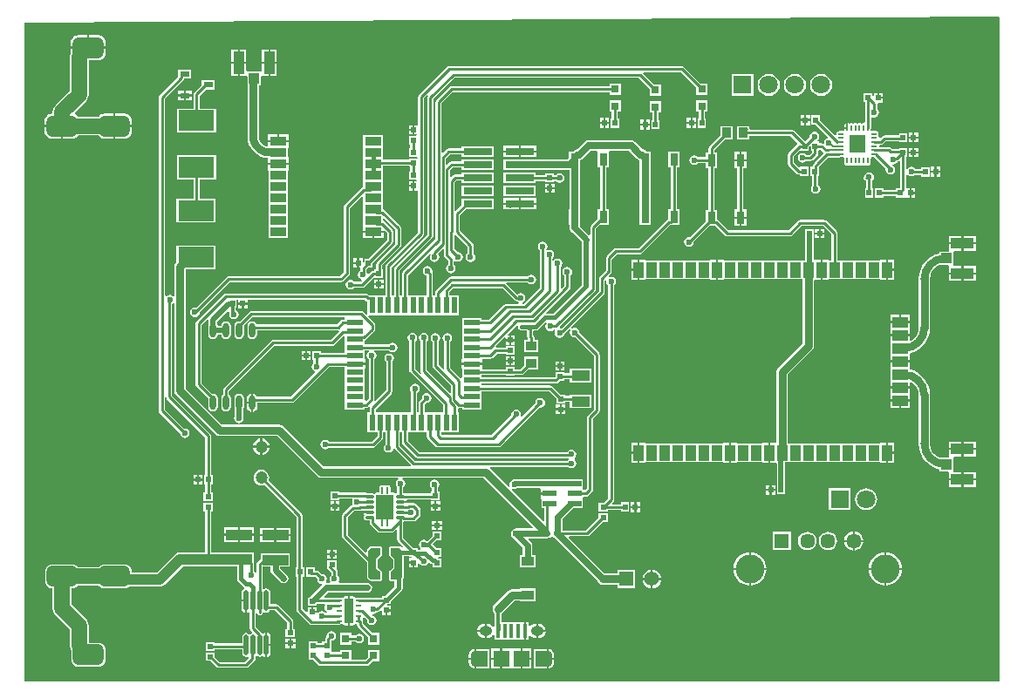
<source format=gtl>
G04*
G04 #@! TF.GenerationSoftware,Altium Limited,Altium Designer,20.0.13 (296)*
G04*
G04 Layer_Physical_Order=1*
G04 Layer_Color=255*
%FSLAX25Y25*%
%MOIN*%
G70*
G01*
G75*
%ADD10C,0.00984*%
%ADD11C,0.01968*%
%ADD12C,0.01575*%
%ADD14C,0.02362*%
%ADD15C,0.00787*%
%ADD67C,0.07087*%
%ADD73C,0.02953*%
%ADD74R,0.01968X0.01968*%
%ADD75R,0.03937X0.04134*%
%ADD76R,0.04134X0.08661*%
%ADD77R,0.01968X0.01968*%
%ADD78R,0.02362X0.01968*%
%ADD79R,0.11000X0.02900*%
%ADD80R,0.03543X0.03937*%
%ADD81R,0.01968X0.02362*%
%ADD82R,0.03740X0.02165*%
%ADD83R,0.02165X0.02165*%
%ADD84R,0.04803X0.03583*%
%ADD85R,0.03898X0.03465*%
%ADD86R,0.07087X0.03937*%
%ADD87R,0.13780X0.07874*%
%ADD88R,0.03150X0.03150*%
%ADD89R,0.03150X0.04724*%
%ADD90R,0.06063X0.06693*%
%ADD91O,0.02559X0.00787*%
%ADD92O,0.00787X0.02559*%
%ADD93R,0.02165X0.06299*%
%ADD94R,0.06299X0.02165*%
%ADD95R,0.04000X0.06000*%
%ADD96R,0.06000X0.04000*%
%ADD97R,0.04134X0.03937*%
%ADD98R,0.08661X0.04134*%
%ADD99R,0.09843X0.03937*%
%ADD100O,0.01772X0.07874*%
%ADD101R,0.05906X0.06102*%
%ADD102R,0.01575X0.05315*%
G04:AMPARAMS|DCode=103|XSize=9.84mil|YSize=19.68mil|CornerRadius=1.97mil|HoleSize=0mil|Usage=FLASHONLY|Rotation=90.000|XOffset=0mil|YOffset=0mil|HoleType=Round|Shape=RoundedRectangle|*
%AMROUNDEDRECTD103*
21,1,0.00984,0.01575,0,0,90.0*
21,1,0.00591,0.01968,0,0,90.0*
1,1,0.00394,0.00787,0.00295*
1,1,0.00394,0.00787,-0.00295*
1,1,0.00394,-0.00787,-0.00295*
1,1,0.00394,-0.00787,0.00295*
%
%ADD103ROUNDEDRECTD103*%
G04:AMPARAMS|DCode=104|XSize=33.07mil|YSize=94.49mil|CornerRadius=1.98mil|HoleSize=0mil|Usage=FLASHONLY|Rotation=0.000|XOffset=0mil|YOffset=0mil|HoleType=Round|Shape=RoundedRectangle|*
%AMROUNDEDRECTD104*
21,1,0.03307,0.09052,0,0,0.0*
21,1,0.02910,0.09449,0,0,0.0*
1,1,0.00397,0.01455,-0.04526*
1,1,0.00397,-0.01455,-0.04526*
1,1,0.00397,-0.01455,0.04526*
1,1,0.00397,0.01455,0.04526*
%
%ADD104ROUNDEDRECTD104*%
G04:AMPARAMS|DCode=105|XSize=11.02mil|YSize=33.47mil|CornerRadius=1.98mil|HoleSize=0mil|Usage=FLASHONLY|Rotation=90.000|XOffset=0mil|YOffset=0mil|HoleType=Round|Shape=RoundedRectangle|*
%AMROUNDEDRECTD105*
21,1,0.01102,0.02950,0,0,90.0*
21,1,0.00706,0.03347,0,0,90.0*
1,1,0.00397,0.01475,0.00353*
1,1,0.00397,0.01475,-0.00353*
1,1,0.00397,-0.01475,-0.00353*
1,1,0.00397,-0.01475,0.00353*
%
%ADD105ROUNDEDRECTD105*%
G04:AMPARAMS|DCode=106|XSize=64.96mil|YSize=94.49mil|CornerRadius=1.95mil|HoleSize=0mil|Usage=FLASHONLY|Rotation=0.000|XOffset=0mil|YOffset=0mil|HoleType=Round|Shape=RoundedRectangle|*
%AMROUNDEDRECTD106*
21,1,0.06496,0.09059,0,0,0.0*
21,1,0.06106,0.09449,0,0,0.0*
1,1,0.00390,0.03053,-0.04530*
1,1,0.00390,-0.03053,-0.04530*
1,1,0.00390,-0.03053,0.04530*
1,1,0.00390,0.03053,0.04530*
%
%ADD106ROUNDEDRECTD106*%
%ADD107R,0.05236X0.02205*%
%ADD108O,0.02362X0.05512*%
%ADD109R,0.06299X0.03543*%
%ADD110C,0.02756*%
%ADD111C,0.03150*%
%ADD112C,0.01181*%
%ADD113C,0.01772*%
%ADD114C,0.01378*%
%ADD115C,0.03937*%
%ADD116C,0.02165*%
%ADD117C,0.05906*%
%ADD118R,0.04724X0.06102*%
%ADD119R,0.04724X0.06102*%
%ADD120R,0.01102X0.02756*%
G04:AMPARAMS|DCode=121|XSize=78.74mil|YSize=118.11mil|CornerRadius=19.68mil|HoleSize=0mil|Usage=FLASHONLY|Rotation=90.000|XOffset=0mil|YOffset=0mil|HoleType=Round|Shape=RoundedRectangle|*
%AMROUNDEDRECTD121*
21,1,0.07874,0.07874,0,0,90.0*
21,1,0.03937,0.11811,0,0,90.0*
1,1,0.03937,0.03937,0.01968*
1,1,0.03937,0.03937,-0.01968*
1,1,0.03937,-0.03937,-0.01968*
1,1,0.03937,-0.03937,0.01968*
%
%ADD121ROUNDEDRECTD121*%
%ADD122R,0.07087X0.07087*%
%ADD123R,0.05709X0.05709*%
%ADD124C,0.05709*%
%ADD125C,0.11024*%
%ADD126C,0.04724*%
%ADD127C,0.05512*%
%ADD128R,0.05512X0.05512*%
%ADD129O,0.03543X0.06102*%
%ADD130O,0.04921X0.03740*%
%ADD131C,0.02362*%
%ADD132C,0.01968*%
G36*
X469685Y351417D02*
Y97441D01*
X96850D01*
Y349409D01*
X96850D01*
X96850Y349422D01*
X469330Y351769D01*
X469685Y351417D01*
D02*
G37*
%LPC*%
G36*
X125236Y344630D02*
X121693D01*
Y340276D01*
X128016D01*
Y341850D01*
X127921Y342570D01*
X127644Y343240D01*
X127202Y343816D01*
X126626Y344258D01*
X125956Y344535D01*
X125236Y344630D01*
D02*
G37*
G36*
X120905D02*
X117362D01*
X116643Y344535D01*
X115972Y344258D01*
X115397Y343816D01*
X114955Y343240D01*
X114677Y342570D01*
X114583Y341850D01*
Y340276D01*
X120905D01*
Y344630D01*
D02*
G37*
G36*
X193307Y339173D02*
X190847D01*
Y334449D01*
X193307D01*
Y339173D01*
D02*
G37*
G36*
X190059D02*
X187598D01*
Y334449D01*
X190059D01*
Y339173D01*
D02*
G37*
G36*
X181693D02*
X179232D01*
Y334449D01*
X181693D01*
Y339173D01*
D02*
G37*
G36*
X178445D02*
X175984D01*
Y334449D01*
X178445D01*
Y339173D01*
D02*
G37*
G36*
X190059Y333661D02*
X187598D01*
Y331100D01*
X187244Y330748D01*
X187098Y330748D01*
X182193D01*
X182047Y330748D01*
X181693Y331100D01*
Y333661D01*
X179232D01*
Y328937D01*
X181547D01*
X181693Y328937D01*
X182047Y328585D01*
Y325354D01*
X182104D01*
Y304921D01*
X182187Y304505D01*
X182149Y304497D01*
X182268Y304099D01*
X182270Y304096D01*
X182293Y304020D01*
X182293Y304020D01*
X182635Y302893D01*
X183436Y301394D01*
X184514Y300081D01*
X185828Y299003D01*
X187327Y298201D01*
X188953Y297708D01*
X189961Y297609D01*
Y295866D01*
X197835D01*
Y298031D01*
X197677D01*
Y301575D01*
X197835D01*
Y303740D01*
X189961D01*
Y302277D01*
X189726Y302071D01*
X189461Y301976D01*
X188443Y302398D01*
X187531Y303098D01*
X186832Y304009D01*
X186399Y305053D01*
Y325354D01*
X187244D01*
Y328585D01*
X187598Y328937D01*
X187744Y328937D01*
X190059D01*
Y333661D01*
D02*
G37*
G36*
X193307D02*
X190847D01*
Y328937D01*
X193307D01*
Y333661D01*
D02*
G37*
G36*
X178445D02*
X175984D01*
Y328937D01*
X178445D01*
Y333661D01*
D02*
G37*
G36*
X160827Y323406D02*
X158563D01*
Y321929D01*
X160827D01*
Y323406D01*
D02*
G37*
G36*
X157776D02*
X155512D01*
Y321929D01*
X157776D01*
Y323406D01*
D02*
G37*
G36*
X375472Y329764D02*
X367126D01*
Y321417D01*
X375472D01*
Y329764D01*
D02*
G37*
G36*
X401299Y329800D02*
X400210Y329656D01*
X399195Y329236D01*
X398323Y328567D01*
X397654Y327695D01*
X397233Y326680D01*
X397090Y325590D01*
X397233Y324501D01*
X397654Y323486D01*
X398323Y322614D01*
X399195Y321945D01*
X400210Y321525D01*
X401299Y321381D01*
X402389Y321525D01*
X403404Y321945D01*
X404276Y322614D01*
X404945Y323486D01*
X405365Y324501D01*
X405508Y325590D01*
X405365Y326680D01*
X404945Y327695D01*
X404276Y328567D01*
X403404Y329236D01*
X402389Y329656D01*
X401299Y329800D01*
D02*
G37*
G36*
X391299D02*
X390210Y329656D01*
X389195Y329236D01*
X388323Y328567D01*
X387654Y327695D01*
X387233Y326680D01*
X387090Y325590D01*
X387233Y324501D01*
X387654Y323486D01*
X388323Y322614D01*
X389195Y321945D01*
X390210Y321525D01*
X391299Y321381D01*
X392389Y321525D01*
X393404Y321945D01*
X394276Y322614D01*
X394945Y323486D01*
X395365Y324501D01*
X395508Y325590D01*
X395365Y326680D01*
X394945Y327695D01*
X394276Y328567D01*
X393404Y329236D01*
X392389Y329656D01*
X391299Y329800D01*
D02*
G37*
G36*
X381299D02*
X380210Y329656D01*
X379195Y329236D01*
X378323Y328567D01*
X377654Y327695D01*
X377233Y326680D01*
X377090Y325590D01*
X377233Y324501D01*
X377654Y323486D01*
X378323Y322614D01*
X379195Y321945D01*
X380210Y321525D01*
X381299Y321381D01*
X382389Y321525D01*
X383404Y321945D01*
X384276Y322614D01*
X384945Y323486D01*
X385365Y324501D01*
X385508Y325590D01*
X385365Y326680D01*
X384945Y327695D01*
X384276Y328567D01*
X383404Y329236D01*
X382389Y329656D01*
X381299Y329800D01*
D02*
G37*
G36*
X425000Y322441D02*
X423622D01*
Y321063D01*
X425000D01*
Y322441D01*
D02*
G37*
G36*
X422835D02*
X421457D01*
Y321321D01*
X420957Y321054D01*
X420905Y321088D01*
Y322284D01*
X417677D01*
Y319055D01*
X418077D01*
Y311491D01*
X417577Y311083D01*
X417576Y311083D01*
X417176Y311004D01*
X416838Y310777D01*
X416739D01*
X416400Y311004D01*
X416001Y311083D01*
X415602Y311004D01*
X415263Y310777D01*
X415164D01*
X414826Y311004D01*
X414426Y311083D01*
X414027Y311004D01*
X413639Y310803D01*
X413251Y311004D01*
X412851Y311083D01*
X412452Y311004D01*
X412248Y310867D01*
X412128Y310891D01*
X411737Y311152D01*
X411670Y311165D01*
Y309154D01*
X411277D01*
Y308760D01*
X410072D01*
Y308409D01*
X410001Y308214D01*
X409629Y307933D01*
X408127D01*
X407728Y307854D01*
X407389Y307628D01*
X407163Y307289D01*
X407083Y306890D01*
X407150Y306552D01*
X407108Y306412D01*
X406467Y306371D01*
X400827Y312012D01*
Y314016D01*
X397598D01*
Y310394D01*
X399209D01*
X403971Y305631D01*
X403807Y305089D01*
X403624Y305052D01*
X403025Y304652D01*
X402625Y304053D01*
X402501Y303431D01*
X402226Y303243D01*
X402012Y303157D01*
X401914Y303222D01*
X401476Y303309D01*
X400630D01*
Y303976D01*
X400092D01*
X399940Y304476D01*
X400125Y304600D01*
X400525Y305199D01*
X400665Y305906D01*
X400525Y306612D01*
X400125Y307211D01*
X399525Y307611D01*
X398819Y307752D01*
X398112Y307611D01*
X397513Y307211D01*
X397113Y306612D01*
X396972Y305906D01*
X397010Y305715D01*
X395272Y303976D01*
X395082D01*
X390966Y308092D01*
X390595Y308340D01*
X390158Y308428D01*
X374350D01*
X374077Y308760D01*
X373990Y309198D01*
X373858Y309395D01*
Y309882D01*
X373044D01*
X372933Y309904D01*
X372736D01*
X372626Y309882D01*
X369055D01*
Y304685D01*
X373858D01*
Y306139D01*
X389684D01*
X392351Y303472D01*
X392302Y302975D01*
X392301Y302974D01*
X388955Y299628D01*
X388707Y299257D01*
X388620Y298819D01*
Y295472D01*
X388707Y295035D01*
X388955Y294664D01*
X391908Y291711D01*
X392279Y291463D01*
X392717Y291376D01*
X393268D01*
Y290709D01*
X396496D01*
Y294331D01*
X393268D01*
Y294293D01*
X392768Y294086D01*
X390908Y295946D01*
Y298345D01*
X393077Y300515D01*
X393465Y300354D01*
Y300354D01*
X396693D01*
Y302002D01*
X396902Y302163D01*
X397402Y301917D01*
Y300354D01*
X397872D01*
Y299778D01*
X396876Y298782D01*
X395705D01*
X395597Y298943D01*
X394998Y299344D01*
X394291Y299484D01*
X393585Y299344D01*
X392986Y298943D01*
X392585Y298344D01*
X392445Y297638D01*
X392585Y296931D01*
X392986Y296332D01*
X393585Y295932D01*
X394291Y295791D01*
X394998Y295932D01*
X395597Y296332D01*
X395705Y296494D01*
X397350D01*
X397787Y296581D01*
X398158Y296829D01*
X399825Y298495D01*
X400073Y298866D01*
X400160Y299304D01*
Y300354D01*
X400630D01*
Y300714D01*
X401130Y300894D01*
X402242Y299782D01*
X402282Y299373D01*
X398994Y296085D01*
X398746Y295713D01*
X398728Y295621D01*
X398502Y295395D01*
X398254Y295024D01*
X398167Y294587D01*
Y294331D01*
X397205D01*
Y290709D01*
X397872D01*
Y287080D01*
X397507Y286533D01*
X397366Y285827D01*
X397507Y285120D01*
X397907Y284521D01*
X398506Y284121D01*
X399213Y283980D01*
X399919Y284121D01*
X400518Y284521D01*
X400918Y285120D01*
X401059Y285827D01*
X400918Y286533D01*
X400518Y287132D01*
X400160Y287372D01*
Y290709D01*
X400433D01*
Y292901D01*
X400455Y293012D01*
Y294113D01*
X400612Y294270D01*
X400860Y294641D01*
X400878Y294733D01*
X403978Y297832D01*
X408225D01*
X408663Y297919D01*
X408742Y297972D01*
X409790D01*
X410042Y297781D01*
X410233Y297529D01*
Y295866D01*
X410312Y295467D01*
X410539Y295128D01*
X410877Y294902D01*
X411277Y294823D01*
X411676Y294902D01*
X412014Y295128D01*
X412113D01*
X412452Y294902D01*
X412851Y294823D01*
X413251Y294902D01*
X413639Y295103D01*
X414027Y294902D01*
X414426Y294823D01*
X414826Y294902D01*
X415164Y295128D01*
X415263D01*
X415602Y294902D01*
X416001Y294823D01*
X416400Y294902D01*
X416739Y295128D01*
X416838D01*
X417176Y294902D01*
X417576Y294823D01*
X417975Y294902D01*
X418363Y295103D01*
X418751Y294902D01*
X419151Y294823D01*
X419550Y294902D01*
X419889Y295128D01*
X420115Y295467D01*
X420194Y295866D01*
Y297529D01*
X420385Y297781D01*
X420638Y297972D01*
X421529D01*
X425989Y293512D01*
X425909Y293110D01*
X426050Y292404D01*
X426450Y291805D01*
X427049Y291404D01*
X427756Y291264D01*
X428463Y291404D01*
X429062Y291805D01*
X429462Y292404D01*
X429602Y293110D01*
X429462Y293817D01*
X429062Y294416D01*
X428549Y294758D01*
X428463Y294816D01*
X428626Y295263D01*
X428697Y295249D01*
X428937Y295201D01*
X429644Y295341D01*
X430243Y295742D01*
X430579Y296245D01*
X430623Y296254D01*
X430994Y296502D01*
X431071Y296579D01*
X431533Y296388D01*
Y286104D01*
X431492Y286063D01*
X429882D01*
Y285396D01*
X425236D01*
Y286063D01*
X422008D01*
Y282441D01*
X425236D01*
Y283108D01*
X429882D01*
Y282441D01*
X433110D01*
Y283976D01*
X433161Y284011D01*
X433661Y283743D01*
Y282283D01*
X435039D01*
Y284252D01*
Y286221D01*
X433821D01*
Y291361D01*
X434321Y291513D01*
X434521Y291214D01*
X435120Y290814D01*
X435827Y290673D01*
X436533Y290814D01*
X437080Y291179D01*
X439528D01*
Y290512D01*
X442756D01*
Y294134D01*
X439528D01*
Y293467D01*
X437372D01*
X437132Y293825D01*
X436533Y294226D01*
X435827Y294366D01*
X435120Y294226D01*
X434521Y293825D01*
X434321Y293526D01*
X433821Y293678D01*
Y298189D01*
X434291D01*
Y301417D01*
X431063D01*
Y301144D01*
X428376D01*
X428120Y301399D01*
X427749Y301647D01*
X427312Y301735D01*
X423768D01*
X423344Y302165D01*
X423768Y302596D01*
X424170D01*
X424608Y302683D01*
X424979Y302931D01*
X426022Y303974D01*
X431063D01*
Y303898D01*
X434291D01*
Y307126D01*
X431063D01*
Y306262D01*
X425548D01*
X425110Y306175D01*
X424739Y305927D01*
X423986Y305174D01*
X423720Y305252D01*
X423490Y305385D01*
X423413Y305776D01*
X423152Y306167D01*
X423128Y306286D01*
X423264Y306490D01*
X423344Y306890D01*
X423264Y307289D01*
X423038Y307628D01*
X422700Y307854D01*
X422300Y307933D01*
X420638D01*
X420385Y308124D01*
X420194Y308377D01*
Y308661D01*
X420278Y308786D01*
X420365Y309224D01*
Y313113D01*
X420806Y313349D01*
X420947Y313255D01*
X421654Y313114D01*
X422360Y313255D01*
X422959Y313655D01*
X423359Y314254D01*
X423500Y314961D01*
X423359Y315667D01*
X422959Y316266D01*
X422797Y316374D01*
Y318307D01*
X422780Y318398D01*
X423164Y318898D01*
X425000D01*
Y320276D01*
X423228D01*
Y320669D01*
X422835D01*
Y322441D01*
D02*
G37*
G36*
X160827Y321142D02*
X158563D01*
Y319665D01*
X160827D01*
Y321142D01*
D02*
G37*
G36*
X157776D02*
X155512D01*
Y319665D01*
X157776D01*
Y321142D01*
D02*
G37*
G36*
X397047Y314173D02*
X395669D01*
Y312598D01*
X397047D01*
Y314173D01*
D02*
G37*
G36*
X394882D02*
X393504D01*
Y312598D01*
X394882D01*
Y314173D01*
D02*
G37*
G36*
X353543Y312992D02*
X352165D01*
Y311417D01*
X353543D01*
Y312992D01*
D02*
G37*
G36*
X320276D02*
X318898D01*
Y311417D01*
X320276D01*
Y312992D01*
D02*
G37*
G36*
X318110D02*
X316732D01*
Y311417D01*
X318110D01*
Y312992D01*
D02*
G37*
G36*
X351378D02*
X350000D01*
Y311417D01*
X351378D01*
Y312992D01*
D02*
G37*
G36*
X335827Y312402D02*
X334449D01*
Y310827D01*
X335827D01*
Y312402D01*
D02*
G37*
G36*
X333661D02*
X332283D01*
Y310827D01*
X333661D01*
Y312402D01*
D02*
G37*
G36*
X135236Y314630D02*
X131693D01*
Y310276D01*
X138016D01*
Y311850D01*
X137921Y312570D01*
X137644Y313240D01*
X137202Y313816D01*
X136626Y314258D01*
X135956Y314535D01*
X135236Y314630D01*
D02*
G37*
G36*
X397047Y311811D02*
X395669D01*
Y310236D01*
X397047D01*
Y311811D01*
D02*
G37*
G36*
X394882D02*
X393504D01*
Y310236D01*
X394882D01*
Y311811D01*
D02*
G37*
G36*
X410883Y311165D02*
X410816Y311152D01*
X410425Y310891D01*
X410164Y310500D01*
X410072Y310039D01*
Y309547D01*
X410883D01*
Y311165D01*
D02*
G37*
G36*
X357913Y319724D02*
X353504D01*
Y315315D01*
X354565D01*
Y312835D01*
X354095D01*
Y309213D01*
X357323D01*
Y312835D01*
X356853D01*
Y315315D01*
X357913D01*
Y319724D01*
D02*
G37*
G36*
X324843D02*
X320433D01*
Y315315D01*
X321297D01*
Y312835D01*
X320827D01*
Y309213D01*
X324055D01*
Y312835D01*
X323585D01*
Y315315D01*
X324843D01*
Y319724D01*
D02*
G37*
G36*
X353543Y310630D02*
X352165D01*
Y309055D01*
X353543D01*
Y310630D01*
D02*
G37*
G36*
X351378D02*
X350000D01*
Y309055D01*
X351378D01*
Y310630D01*
D02*
G37*
G36*
X320276D02*
X318898D01*
Y309055D01*
X320276D01*
Y310630D01*
D02*
G37*
G36*
X318110D02*
X316732D01*
Y309055D01*
X318110D01*
Y310630D01*
D02*
G37*
G36*
X245079Y310236D02*
X243701D01*
Y308858D01*
X245079D01*
Y310236D01*
D02*
G37*
G36*
X340197Y319331D02*
X335787D01*
Y314921D01*
X336848D01*
Y312244D01*
X336378D01*
Y308622D01*
X339606D01*
Y312244D01*
X339136D01*
Y314921D01*
X340197D01*
Y319331D01*
D02*
G37*
G36*
X335827Y310039D02*
X334449D01*
Y308465D01*
X335827D01*
Y310039D01*
D02*
G37*
G36*
X333661D02*
X332283D01*
Y308465D01*
X333661D01*
Y310039D01*
D02*
G37*
G36*
X169528Y327303D02*
X164528D01*
Y325496D01*
X161790Y322758D01*
X161541Y322387D01*
X161454Y321949D01*
Y316575D01*
X155079D01*
Y307441D01*
X170118D01*
Y316575D01*
X163742D01*
Y321475D01*
X166146Y323878D01*
X169528D01*
Y327303D01*
D02*
G37*
G36*
X245079Y308071D02*
X243701D01*
Y306693D01*
X245079D01*
Y308071D01*
D02*
G37*
G36*
X438386Y307283D02*
X437008D01*
Y305906D01*
X438386D01*
Y307283D01*
D02*
G37*
G36*
X436221D02*
X434842D01*
Y305906D01*
X436221D01*
Y307283D01*
D02*
G37*
G36*
X138016Y309488D02*
X131693D01*
Y305134D01*
X135236D01*
X135956Y305228D01*
X136626Y305506D01*
X137202Y305948D01*
X137644Y306523D01*
X137921Y307194D01*
X138016Y307913D01*
Y309488D01*
D02*
G37*
G36*
X128016Y339488D02*
X121299D01*
X114583D01*
Y338013D01*
X114364Y337485D01*
X114241Y336549D01*
Y323347D01*
X108744Y317850D01*
X108170Y317102D01*
X107809Y316231D01*
X107686Y315295D01*
Y314630D01*
X107362D01*
X106643Y314535D01*
X105972Y314258D01*
X105397Y313816D01*
X104955Y313240D01*
X104677Y312570D01*
X104583Y311850D01*
Y310276D01*
X111299D01*
Y309882D01*
X111693D01*
Y305134D01*
X115236D01*
X115956Y305228D01*
X116626Y305506D01*
X117202Y305948D01*
X117448Y306268D01*
X125151D01*
X125397Y305948D01*
X125972Y305506D01*
X126643Y305228D01*
X127362Y305134D01*
X130905D01*
Y309882D01*
Y314630D01*
X127362D01*
X126643Y314535D01*
X125972Y314258D01*
X125397Y313816D01*
X125151Y313495D01*
X117448D01*
X117202Y313816D01*
X116626Y314258D01*
X116239Y314418D01*
X116112Y314997D01*
X120410Y319295D01*
X120984Y320044D01*
X121345Y320915D01*
X121468Y321850D01*
Y335134D01*
X125236D01*
X125956Y335228D01*
X126626Y335506D01*
X127202Y335948D01*
X127644Y336524D01*
X127921Y337194D01*
X128016Y337913D01*
Y339488D01*
D02*
G37*
G36*
X110906Y309488D02*
X104583D01*
Y307913D01*
X104677Y307194D01*
X104955Y306523D01*
X105397Y305948D01*
X105972Y305506D01*
X106643Y305228D01*
X107362Y305134D01*
X110906D01*
Y309488D01*
D02*
G37*
G36*
X197835Y306693D02*
X194291D01*
Y304528D01*
X197835D01*
Y306693D01*
D02*
G37*
G36*
X193504D02*
X189961D01*
Y304528D01*
X193504D01*
Y306693D01*
D02*
G37*
G36*
X438386Y305118D02*
X437008D01*
Y303740D01*
X438386D01*
Y305118D01*
D02*
G37*
G36*
X436221D02*
X434842D01*
Y303740D01*
X436221D01*
Y305118D01*
D02*
G37*
G36*
X292437Y302395D02*
X286543D01*
Y300551D01*
X292437D01*
Y302395D01*
D02*
G37*
G36*
X285756D02*
X279862D01*
Y300551D01*
X285756D01*
Y302395D01*
D02*
G37*
G36*
X438386Y301575D02*
X437008D01*
Y300197D01*
X438386D01*
Y301575D01*
D02*
G37*
G36*
X436221D02*
X434842D01*
Y300197D01*
X436221D01*
Y301575D01*
D02*
G37*
G36*
X438386Y299410D02*
X437008D01*
Y298031D01*
X438386D01*
Y299410D01*
D02*
G37*
G36*
X436221D02*
X434842D01*
Y298031D01*
X436221D01*
Y299410D01*
D02*
G37*
G36*
X367559Y309882D02*
X362756D01*
Y306303D01*
X358640Y302187D01*
X358392Y301816D01*
X358305Y301378D01*
Y299819D01*
X357244D01*
Y297994D01*
X354170D01*
X354062Y298156D01*
X353463Y298556D01*
X352756Y298697D01*
X352049Y298556D01*
X351450Y298156D01*
X351050Y297557D01*
X350909Y296850D01*
X351050Y296144D01*
X351450Y295545D01*
X352049Y295145D01*
X352756Y295004D01*
X353463Y295145D01*
X354062Y295545D01*
X354170Y295706D01*
X357244D01*
Y293835D01*
X358305D01*
Y277819D01*
X357244D01*
Y273452D01*
X351123Y267331D01*
X350787Y267398D01*
X350081Y267257D01*
X349482Y266857D01*
X349081Y266258D01*
X348941Y265551D01*
X349081Y264845D01*
X349482Y264246D01*
X350081Y263845D01*
X350787Y263705D01*
X351494Y263845D01*
X352093Y264246D01*
X352493Y264845D01*
X352634Y265551D01*
X352625Y265597D01*
X358862Y271835D01*
X360421D01*
X360531Y271813D01*
X360845D01*
X364569Y268089D01*
X364940Y267841D01*
X365378Y267754D01*
X389370D01*
X389808Y267841D01*
X390179Y268089D01*
X393781Y271691D01*
X402085D01*
X405341Y268435D01*
Y258512D01*
X404273D01*
Y258669D01*
X401879D01*
Y254882D01*
Y251095D01*
X404273D01*
Y251252D01*
X423698D01*
Y251095D01*
X426091D01*
Y254882D01*
Y258669D01*
X423698D01*
Y258512D01*
X407629D01*
Y268909D01*
X407542Y269346D01*
X407294Y269717D01*
X403368Y273644D01*
X402997Y273892D01*
X402559Y273979D01*
X393307D01*
X392869Y273892D01*
X392498Y273644D01*
X388896Y270042D01*
X365852D01*
X362128Y273766D01*
X361757Y274014D01*
X361653Y274034D01*
Y277819D01*
X360593D01*
Y293835D01*
X361653D01*
Y299819D01*
X360593D01*
Y300904D01*
X364374Y304685D01*
X367559D01*
Y309882D01*
D02*
G37*
G36*
X292437Y299764D02*
X286543D01*
Y297920D01*
X292437D01*
Y299764D01*
D02*
G37*
G36*
X285756D02*
X279862D01*
Y297920D01*
X285756D01*
Y299764D01*
D02*
G37*
G36*
X372835Y299976D02*
X370866D01*
Y297220D01*
X372835D01*
Y299976D01*
D02*
G37*
G36*
X370079D02*
X368110D01*
Y297220D01*
X370079D01*
Y299976D01*
D02*
G37*
G36*
X348031Y332837D02*
X259055D01*
X258617Y332750D01*
X258246Y332502D01*
X247616Y321872D01*
X247368Y321501D01*
X247281Y321063D01*
Y310721D01*
X247244Y310236D01*
X246781Y310236D01*
X245866D01*
Y308465D01*
Y306693D01*
X246791Y306693D01*
X246824Y306642D01*
X246550Y306142D01*
X243858D01*
Y302913D01*
X244328D01*
Y301417D01*
X243858D01*
Y298189D01*
X246856Y298189D01*
X247059Y297835D01*
X246856Y297480D01*
X243858D01*
Y297010D01*
X233898D01*
Y301732D01*
Y306535D01*
X226339D01*
Y301732D01*
Y297402D01*
Y293071D01*
Y288740D01*
Y286611D01*
X226223Y286588D01*
X225852Y286340D01*
X219270Y279758D01*
X219022Y279387D01*
X218935Y278949D01*
Y254017D01*
X217440Y252522D01*
X175000D01*
X174562Y252435D01*
X174191Y252187D01*
X162363Y240359D01*
X162008Y240429D01*
X161301Y240289D01*
X160702Y239888D01*
X160302Y239289D01*
X160161Y238583D01*
X160302Y237876D01*
X160702Y237277D01*
X161301Y236877D01*
X162008Y236736D01*
X162715Y236877D01*
X163313Y237277D01*
X163714Y237876D01*
X163854Y238583D01*
X163849Y238609D01*
X175474Y250234D01*
X217913D01*
X218351Y250321D01*
X218722Y250569D01*
X220888Y252734D01*
X221136Y253105D01*
X221223Y253543D01*
Y278475D01*
X225877Y283129D01*
X226339Y282938D01*
Y280079D01*
Y275748D01*
Y272047D01*
X226181D01*
Y269882D01*
X234282D01*
X234517Y269979D01*
X235470Y269026D01*
Y266222D01*
X228343Y259095D01*
X226732D01*
Y257899D01*
X226681Y257865D01*
X226181Y258132D01*
Y259252D01*
X224803D01*
Y257480D01*
Y255709D01*
X225194D01*
X225301Y255579D01*
Y254543D01*
X224875Y254258D01*
X224475Y253659D01*
X224335Y252953D01*
X224475Y252246D01*
X224875Y251647D01*
X225475Y251247D01*
X225657Y251210D01*
X225801Y250736D01*
X225480Y250357D01*
X222870D01*
X222762Y250518D01*
X222163Y250919D01*
X221457Y251059D01*
X220750Y250919D01*
X220151Y250518D01*
X219751Y249919D01*
X219610Y249213D01*
X219751Y248506D01*
X220151Y247907D01*
X220750Y247507D01*
X221457Y247366D01*
X222163Y247507D01*
X222762Y247907D01*
X222870Y248069D01*
X225984D01*
X226422Y248156D01*
X226793Y248404D01*
X230169Y251780D01*
X230669Y251732D01*
Y251732D01*
X233898D01*
Y254961D01*
X233624D01*
Y256613D01*
X240573Y263561D01*
X240821Y263932D01*
X240908Y264370D01*
Y270681D01*
X240821Y271119D01*
X240573Y271490D01*
X234384Y277679D01*
X234013Y277927D01*
X233898Y277950D01*
Y280079D01*
Y284409D01*
Y288740D01*
Y293071D01*
Y294722D01*
X243858D01*
Y294252D01*
X244328D01*
Y292559D01*
X243858D01*
Y289331D01*
X246550Y289331D01*
X246824Y288831D01*
X246791Y288779D01*
X245866D01*
Y287008D01*
Y285236D01*
X247244Y285236D01*
X247281Y284752D01*
Y269175D01*
X235215Y257108D01*
X234967Y256737D01*
X234880Y256299D01*
Y245039D01*
X229244D01*
X229134Y245061D01*
X228604D01*
X228171Y245494D01*
X227800Y245742D01*
X227362Y245829D01*
X173819D01*
X173381Y245742D01*
X173010Y245494D01*
X162577Y235061D01*
X162329Y234690D01*
X162242Y234252D01*
Y211102D01*
X162329Y210665D01*
X162577Y210293D01*
X167069Y205801D01*
X167031Y205610D01*
Y202461D01*
X167172Y201754D01*
X167572Y201155D01*
X168171Y200755D01*
X168878Y200614D01*
X169585Y200755D01*
X170184Y201155D01*
X170584Y201754D01*
X170724Y202461D01*
Y205610D01*
X170584Y206317D01*
X170184Y206916D01*
X169585Y207316D01*
X168878Y207457D01*
X168687Y207419D01*
X164530Y211576D01*
Y233778D01*
X166812Y236060D01*
X167273Y235814D01*
X167232Y235610D01*
Y234163D01*
X167172Y234073D01*
X167031Y233366D01*
Y230217D01*
X167172Y229510D01*
X167572Y228911D01*
X168171Y228511D01*
X168878Y228370D01*
X169585Y228511D01*
X170184Y228911D01*
X170584Y229510D01*
X170710Y230146D01*
X172046D01*
X172172Y229510D01*
X172572Y228911D01*
X173171Y228511D01*
X173878Y228370D01*
X174585Y228511D01*
X175184Y228911D01*
X175584Y229510D01*
X175724Y230217D01*
Y233366D01*
X175584Y234073D01*
X175184Y234672D01*
X174585Y235072D01*
X173878Y235213D01*
X173171Y235072D01*
X172572Y234672D01*
X172172Y234073D01*
X172046Y233437D01*
X170710D01*
X170584Y234073D01*
X170524Y234163D01*
Y234928D01*
X174672Y239076D01*
X175134Y238885D01*
Y238759D01*
X175224Y238306D01*
X175122Y237795D01*
X175263Y237089D01*
X175663Y236490D01*
X176262Y236089D01*
X176969Y235949D01*
X177675Y236089D01*
X178274Y236490D01*
X178674Y237089D01*
X178815Y237795D01*
X178674Y238502D01*
X178274Y239101D01*
X177675Y239501D01*
X177622Y239512D01*
Y240315D01*
X177992D01*
Y241770D01*
X178024Y241929D01*
X177992Y242088D01*
Y243541D01*
X178543D01*
Y242323D01*
X180315D01*
Y241929D01*
D01*
Y242323D01*
X182087D01*
Y243541D01*
X226888D01*
X227321Y243108D01*
X227692Y242860D01*
X228012Y242797D01*
Y237888D01*
X227512Y237681D01*
X226392Y238801D01*
X226021Y239049D01*
X225583Y239136D01*
X183504D01*
X183066Y239049D01*
X182695Y238801D01*
X179069Y235175D01*
X178878Y235213D01*
X178171Y235072D01*
X177572Y234672D01*
X177172Y234073D01*
X177031Y233366D01*
Y230217D01*
X177172Y229510D01*
X177572Y228911D01*
X178171Y228511D01*
X178878Y228370D01*
X179585Y228511D01*
X180184Y228911D01*
X180584Y229510D01*
X180725Y230217D01*
Y233366D01*
X180686Y233557D01*
X183978Y236848D01*
X219306D01*
X219331Y236358D01*
X219331D01*
Y235790D01*
X218484D01*
X218046Y235703D01*
X217675Y235455D01*
X216239Y234018D01*
X185595D01*
X185584Y234073D01*
X185184Y234672D01*
X184585Y235072D01*
X183878Y235213D01*
X183171Y235072D01*
X182572Y234672D01*
X182172Y234073D01*
X182031Y233366D01*
Y230217D01*
X182172Y229510D01*
X182572Y228911D01*
X183171Y228511D01*
X183878Y228370D01*
X184585Y228511D01*
X185184Y228911D01*
X185584Y229510D01*
X185724Y230217D01*
Y231730D01*
X216713D01*
X216830Y231753D01*
X217076Y231293D01*
X213896Y228113D01*
X191929D01*
X191491Y228025D01*
X191120Y227777D01*
X173069Y209726D01*
X172821Y209355D01*
X172734Y208917D01*
Y207024D01*
X172572Y206916D01*
X172172Y206317D01*
X172031Y205610D01*
Y202461D01*
X172172Y201754D01*
X172572Y201155D01*
X173171Y200755D01*
X173878Y200614D01*
X174585Y200755D01*
X175184Y201155D01*
X175584Y201754D01*
X175724Y202461D01*
Y205610D01*
X175584Y206317D01*
X175184Y206916D01*
X175022Y207024D01*
Y208443D01*
X192403Y225824D01*
X214370D01*
X214808Y225912D01*
X215179Y226160D01*
X218831Y229811D01*
X218908Y229807D01*
X219331Y229631D01*
Y226634D01*
Y223191D01*
X210079D01*
Y223661D01*
X206850D01*
Y220433D01*
X207321D01*
Y219130D01*
X207159Y219022D01*
X206759Y218423D01*
X206618Y217717D01*
X206759Y217010D01*
X207159Y216411D01*
X207718Y216038D01*
X207796Y215928D01*
X207917Y215529D01*
X198649Y206262D01*
X185755D01*
X185732Y206378D01*
X185297Y207029D01*
X184646Y207465D01*
X184272Y207539D01*
Y204035D01*
Y200532D01*
X184646Y200606D01*
X185297Y201041D01*
X185732Y201693D01*
X185885Y202461D01*
Y203974D01*
X199123D01*
X199561Y204061D01*
X199932Y204309D01*
X213377Y217754D01*
X219173D01*
Y217028D01*
X219331D01*
Y214035D01*
Y210886D01*
Y207736D01*
Y204587D01*
Y201437D01*
X226890D01*
Y202006D01*
X227362D01*
X227800Y202093D01*
X228171Y202341D01*
X228432Y202602D01*
X228541Y202553D01*
X228845Y202307D01*
X228777Y201969D01*
Y200315D01*
X228012D01*
Y192756D01*
X231730D01*
Y191222D01*
X229644Y189136D01*
X213225D01*
X213117Y189298D01*
X212518Y189698D01*
X211811Y189839D01*
X211104Y189698D01*
X210505Y189298D01*
X210105Y188699D01*
X209964Y187992D01*
X210105Y187285D01*
X210505Y186687D01*
X211104Y186286D01*
X211811Y186146D01*
X212518Y186286D01*
X213117Y186687D01*
X213225Y186848D01*
X230118D01*
X230556Y186935D01*
X230927Y187183D01*
X233683Y189939D01*
X233931Y190310D01*
X234018Y190748D01*
Y192756D01*
X234880D01*
Y188225D01*
X234718Y188117D01*
X234318Y187518D01*
X234177Y186811D01*
X234318Y186104D01*
X234718Y185505D01*
X235317Y185105D01*
X236024Y184965D01*
X236730Y185105D01*
X237329Y185505D01*
X237730Y186104D01*
X237782Y186367D01*
X238313Y186473D01*
X238364Y186396D01*
X244553Y180207D01*
X244346Y179707D01*
X211126D01*
X195810Y195022D01*
X195113Y195488D01*
X194291Y195651D01*
X172346D01*
X158447Y209551D01*
Y255079D01*
X169921D01*
Y264213D01*
X154882D01*
Y257821D01*
X154781Y257719D01*
X154315Y257023D01*
X154152Y256201D01*
Y244986D01*
X153750Y244839D01*
X153652Y244820D01*
X153069Y245210D01*
X152362Y245350D01*
X151656Y245210D01*
X151057Y244810D01*
X151054Y244805D01*
X150554Y244957D01*
Y320412D01*
X157600Y327459D01*
X157848Y327830D01*
X157869Y327933D01*
X160669D01*
Y331358D01*
X155669D01*
Y329166D01*
X155647Y329055D01*
Y328742D01*
X148600Y321695D01*
X148353Y321324D01*
X148265Y320886D01*
Y200984D01*
X148353Y200547D01*
X148600Y200175D01*
X156262Y192514D01*
X156224Y192323D01*
X156365Y191616D01*
X156765Y191017D01*
X157364Y190617D01*
X158071Y190476D01*
X158777Y190617D01*
X159377Y191017D01*
X159777Y191616D01*
X159917Y192323D01*
X159777Y193029D01*
X159377Y193629D01*
X158777Y194029D01*
X158071Y194169D01*
X157880Y194131D01*
X150554Y201458D01*
Y206039D01*
X151054Y206088D01*
X151108Y205812D01*
X151356Y205441D01*
X165982Y190815D01*
Y176417D01*
X165512D01*
Y172795D01*
X165982D01*
Y169724D01*
X165315D01*
Y166496D01*
X168937D01*
Y169724D01*
X168270D01*
Y172795D01*
X168740D01*
Y176417D01*
X168270D01*
Y191289D01*
X168183Y191727D01*
X167935Y192098D01*
X153309Y206724D01*
Y241860D01*
X153712Y242168D01*
X154152Y241998D01*
Y208661D01*
X154315Y207840D01*
X154781Y207143D01*
X169938Y191985D01*
X170635Y191520D01*
X171457Y191356D01*
X193402D01*
X208718Y176040D01*
X209414Y175575D01*
X210236Y175411D01*
X239518D01*
X239815Y174948D01*
X239810Y174911D01*
X239246Y174534D01*
X238845Y173935D01*
X238705Y173228D01*
X238845Y172522D01*
X239246Y171923D01*
X239358Y171848D01*
Y169308D01*
X238978D01*
X238655Y169243D01*
X238561Y169181D01*
X238407Y169411D01*
X238082Y169628D01*
X237699Y169704D01*
X236823D01*
Y171653D01*
X236774Y171899D01*
X236635Y172108D01*
X236427Y172247D01*
X236181Y172296D01*
X235079D01*
X234833Y172247D01*
X234646Y172122D01*
X234458Y172247D01*
X234213Y172296D01*
X233110D01*
X232864Y172247D01*
X232656Y172108D01*
X232517Y171899D01*
X232468Y171653D01*
Y169704D01*
X231592D01*
X231209Y169628D01*
X230884Y169411D01*
X230730Y169181D01*
X230637Y169243D01*
X230313Y169308D01*
X228137D01*
X228132Y169313D01*
X227761Y169561D01*
X227323Y169648D01*
X217165D01*
Y170118D01*
X213937D01*
Y166890D01*
X217165D01*
Y167360D01*
X222121D01*
X222357Y166919D01*
X222310Y166848D01*
X222169Y166142D01*
X222306Y165454D01*
X222308Y165432D01*
X222068Y164897D01*
X222062Y164895D01*
X221691Y164647D01*
X218482Y161439D01*
X218234Y161068D01*
X218147Y160630D01*
Y153071D01*
X218234Y152633D01*
X218482Y152262D01*
X227704Y143040D01*
Y137520D01*
X227753Y137274D01*
X227892Y137065D01*
X228896Y136062D01*
X228896Y136062D01*
X229105Y135922D01*
X229350Y135873D01*
X232835D01*
X233080Y135922D01*
X233289Y136062D01*
X233428Y136270D01*
X233477Y136516D01*
Y139272D01*
X233471Y139301D01*
X233474Y139331D01*
X233447Y139423D01*
X233428Y139517D01*
X233411Y139543D01*
X233402Y139572D01*
X233342Y139646D01*
X233289Y139726D01*
X233264Y139743D01*
X233244Y139766D01*
X231981Y140814D01*
Y144226D01*
X233244Y145273D01*
X233264Y145297D01*
X233289Y145314D01*
X233342Y145393D01*
X233402Y145468D01*
X233411Y145497D01*
X233428Y145522D01*
X233447Y145616D01*
X233474Y145708D01*
X233471Y145738D01*
X233477Y145768D01*
Y148524D01*
X233428Y148769D01*
X233289Y148978D01*
X233080Y149117D01*
X232835Y149166D01*
X229350D01*
X229105Y149117D01*
X228896Y148978D01*
X227892Y147974D01*
X227753Y147766D01*
X227704Y147520D01*
X227704Y147520D01*
Y146929D01*
X227242Y146738D01*
X220435Y153545D01*
Y160156D01*
X222974Y162695D01*
X224970D01*
X225408Y162782D01*
X225778Y163029D01*
X225943D01*
X226323Y162598D01*
X228839D01*
Y161811D01*
X226367D01*
X226435Y161467D01*
X226653Y161141D01*
X226711Y161103D01*
X226584Y160912D01*
X226519Y160589D01*
Y159883D01*
X226584Y159560D01*
X226767Y159286D01*
X227041Y159103D01*
X227364Y159039D01*
X228864D01*
Y158209D01*
X228951Y157771D01*
X229199Y157400D01*
X231837Y154762D01*
X232208Y154514D01*
X232646Y154427D01*
X237165D01*
X237603Y154514D01*
X237974Y154762D01*
X238847Y155634D01*
X239309Y155443D01*
Y151870D01*
X239396Y151432D01*
X239644Y151061D01*
X241572Y149133D01*
X241396Y148602D01*
X241194Y148573D01*
X240789Y148978D01*
X240580Y149117D01*
X240335Y149166D01*
X240335Y149166D01*
X236850D01*
X236605Y149117D01*
X236396Y148978D01*
X236257Y148769D01*
X236208Y148524D01*
Y145768D01*
X236214Y145738D01*
X236211Y145708D01*
X236238Y145616D01*
X236257Y145522D01*
X236274Y145497D01*
X236282Y145468D01*
X236343Y145393D01*
X236396Y145314D01*
X236421Y145297D01*
X236440Y145273D01*
X237704Y144226D01*
Y140814D01*
X236440Y139766D01*
X236421Y139743D01*
X236396Y139726D01*
X236343Y139646D01*
X236282Y139572D01*
X236274Y139543D01*
X236257Y139517D01*
X236238Y139423D01*
X236211Y139331D01*
X236214Y139301D01*
X236208Y139272D01*
Y136516D01*
X236257Y136270D01*
X236396Y136062D01*
X236605Y135922D01*
X236850Y135873D01*
X238297D01*
Y133790D01*
X234665Y130157D01*
X233622D01*
Y129490D01*
X224606D01*
X224577Y129485D01*
X223819D01*
X223496Y129420D01*
X223429Y129376D01*
X223250Y129320D01*
X223032Y129646D01*
X222706Y129864D01*
X222321Y129941D01*
X221260D01*
Y124409D01*
Y118878D01*
X222321D01*
X222706Y118955D01*
X223032Y119173D01*
X223250Y119499D01*
X223429Y119443D01*
X223496Y119398D01*
X223819Y119334D01*
X223954D01*
Y118996D01*
X224042Y118558D01*
X224289Y118187D01*
X228110Y114366D01*
Y111575D01*
X232520D01*
Y115984D01*
X229728D01*
X226242Y119470D01*
Y120472D01*
X226237Y120501D01*
Y120768D01*
X226172Y121090D01*
X226036Y121434D01*
X226239Y121901D01*
X226727Y122049D01*
X227760Y121016D01*
X227730Y120866D01*
X227871Y120159D01*
X228271Y119561D01*
X228870Y119160D01*
X229577Y119020D01*
X230283Y119160D01*
X230882Y119561D01*
X231283Y120159D01*
X231423Y120866D01*
X231283Y121573D01*
X230882Y122172D01*
X230283Y122572D01*
X229618Y122705D01*
X229583Y122750D01*
X229776Y123112D01*
X229883Y123200D01*
X230118Y123153D01*
X230825Y123294D01*
X231424Y123694D01*
X231532Y123856D01*
X231693D01*
X232131Y123943D01*
X232502Y124191D01*
X233003Y124692D01*
X233465Y124501D01*
Y122835D01*
X234842D01*
Y124606D01*
X235236D01*
Y125000D01*
X237008D01*
Y126378D01*
X235888D01*
X235621Y126878D01*
X235655Y126929D01*
X236850D01*
Y127972D01*
X240935Y132057D01*
X241270Y132558D01*
X241388Y133150D01*
Y136661D01*
X241793Y137065D01*
X241932Y137274D01*
X241981Y137520D01*
X241981Y137520D01*
Y145305D01*
X243858D01*
Y145236D01*
X244722D01*
X244768Y145185D01*
X244546Y144685D01*
X243701D01*
Y143307D01*
X245472D01*
Y142913D01*
X245866D01*
Y141142D01*
X247244D01*
Y142350D01*
X247345Y142434D01*
X248011Y142337D01*
X248104Y142198D01*
X248703Y141798D01*
X249409Y141657D01*
X250116Y141798D01*
X250715Y142198D01*
X251033Y142673D01*
X251591Y142822D01*
X251734Y142679D01*
X252203Y142366D01*
X252716Y142263D01*
Y141231D01*
X256339D01*
Y144460D01*
X255162D01*
X254977Y144668D01*
X255201Y145168D01*
X256339D01*
Y148397D01*
X254334D01*
X252765Y149966D01*
X254334Y151535D01*
X256339D01*
Y154764D01*
X252716D01*
Y153153D01*
X250774Y151211D01*
X250563D01*
X250116Y151509D01*
X249409Y151650D01*
X248703Y151509D01*
X248104Y151109D01*
X247704Y150510D01*
X247563Y149803D01*
X247704Y149097D01*
X248104Y148497D01*
X248242Y148405D01*
X248090Y147905D01*
X247087D01*
Y148465D01*
X245476D01*
X241597Y152344D01*
Y158501D01*
X241910Y158758D01*
X245639D01*
X246077Y158845D01*
X246448Y159093D01*
X247797Y160442D01*
X248045Y160813D01*
X248132Y161251D01*
Y163159D01*
X248045Y163596D01*
X247797Y163968D01*
X246448Y165317D01*
X246077Y165565D01*
X245639Y165652D01*
X243731D01*
X243402Y165586D01*
X243225Y165663D01*
X243110Y165748D01*
X240453D01*
Y166535D01*
X242934D01*
X243314Y167025D01*
X252323D01*
Y166890D01*
X255551D01*
Y170118D01*
X254884D01*
Y171582D01*
X255249Y172128D01*
X255390Y172835D01*
X255249Y173541D01*
X254849Y174140D01*
X254250Y174541D01*
X253543Y174681D01*
X252837Y174541D01*
X252238Y174140D01*
X251837Y173541D01*
X251697Y172835D01*
X251837Y172128D01*
X252238Y171529D01*
X252596Y171289D01*
Y170118D01*
X252323D01*
Y169313D01*
X241646D01*
Y171782D01*
X241857Y171923D01*
X242257Y172522D01*
X242398Y173228D01*
X242257Y173935D01*
X241857Y174534D01*
X241292Y174911D01*
X241287Y174948D01*
X241584Y175411D01*
X272284D01*
X291308Y156387D01*
X291117Y155926D01*
X284788D01*
X284081Y155785D01*
X283482Y155385D01*
X283425Y155300D01*
X283340Y155243D01*
X282940Y154644D01*
X282799Y153937D01*
X282940Y153230D01*
X283340Y152631D01*
X287327Y148645D01*
Y145866D01*
X286142D01*
Y141024D01*
X292205D01*
Y145866D01*
X291020D01*
Y149409D01*
X290879Y150116D01*
X290479Y150715D01*
X289423Y151771D01*
X289615Y152233D01*
X296654D01*
X296832Y152268D01*
X298268D01*
Y152634D01*
X298768Y152842D01*
X298976Y152635D01*
Y152268D01*
X299364D01*
X315826Y135806D01*
X315837Y135754D01*
X316324Y135025D01*
X317053Y134537D01*
X317913Y134366D01*
X323386D01*
Y133228D01*
X330157D01*
Y140000D01*
X323386D01*
Y138862D01*
X318561D01*
X304950Y152473D01*
X305141Y152935D01*
X311953D01*
X312391Y153022D01*
X312762Y153270D01*
X317917Y158425D01*
X319921D01*
Y161653D01*
X316299D01*
Y160043D01*
X311479Y155223D01*
X302437D01*
Y159649D01*
X306607Y163819D01*
X310335D01*
X310335Y167421D01*
X310335Y167794D01*
X310688Y168147D01*
X311417D01*
X311855Y168234D01*
X312226Y168482D01*
X313801Y170057D01*
X314049Y170428D01*
X314136Y170866D01*
Y197951D01*
X316360Y200175D01*
X316608Y200547D01*
X316695Y200984D01*
Y222441D01*
X316608Y222879D01*
X316360Y223250D01*
X308895Y230715D01*
X308933Y230906D01*
X308792Y231612D01*
X308392Y232211D01*
X307793Y232611D01*
X307087Y232752D01*
X306380Y232611D01*
X306207Y232496D01*
X305715Y232769D01*
X305717Y232840D01*
X318329Y245451D01*
X318577Y245822D01*
X318664Y246260D01*
Y250964D01*
X318847Y251101D01*
X319300Y250814D01*
X319216Y250394D01*
X319357Y249687D01*
X319757Y249088D01*
X319919Y248980D01*
Y167403D01*
X318107Y165591D01*
X316299D01*
Y162362D01*
X319921D01*
Y162931D01*
X324764D01*
Y162362D01*
X327992D01*
Y165984D01*
X324764D01*
Y165219D01*
X321624D01*
X321432Y165681D01*
X321872Y166120D01*
X322120Y166491D01*
X322207Y166929D01*
Y248980D01*
X322369Y249088D01*
X322769Y249687D01*
X322909Y250394D01*
X322769Y251100D01*
X322369Y251699D01*
X321770Y252100D01*
X321063Y252240D01*
X320356Y252100D01*
X320077Y252515D01*
X321022Y253459D01*
X321270Y253830D01*
X321357Y254268D01*
Y258912D01*
X323308Y260864D01*
X332063D01*
X332501Y260951D01*
X332872Y261199D01*
X343683Y272009D01*
X343996D01*
X344107Y272031D01*
X347284D01*
Y278016D01*
X346223D01*
Y294032D01*
X347284D01*
Y300016D01*
X342874D01*
Y294032D01*
X343935D01*
Y278016D01*
X342874D01*
Y274231D01*
X342771Y274211D01*
X342400Y273962D01*
X331589Y263152D01*
X322835D01*
X322397Y263065D01*
X322026Y262817D01*
X319404Y260195D01*
X319156Y259824D01*
X319069Y259386D01*
Y254742D01*
X316711Y252384D01*
X316463Y252013D01*
X316376Y251575D01*
Y246734D01*
X302061Y232419D01*
X301573Y232516D01*
X301377Y233024D01*
Y233026D01*
X314982Y246632D01*
X315230Y247003D01*
X315317Y247441D01*
Y270613D01*
X316736Y272031D01*
X320315D01*
Y278016D01*
X319254D01*
Y294032D01*
X320315D01*
Y300016D01*
X320691Y300315D01*
X327869D01*
X330737Y297446D01*
X331402Y297002D01*
X331850Y296913D01*
Y294032D01*
X332008D01*
Y278016D01*
X331850D01*
Y272031D01*
X336260D01*
Y278016D01*
X336102D01*
Y294032D01*
X336260D01*
Y300016D01*
X334746D01*
X334420Y300341D01*
X333756Y300785D01*
X333048Y300926D01*
X330164Y303810D01*
X329500Y304254D01*
X328716Y304409D01*
X328716Y304409D01*
X312425D01*
X312425Y304409D01*
X311642Y304254D01*
X310978Y303810D01*
X308094Y300926D01*
X307386Y300785D01*
X306722Y300341D01*
X306396Y300016D01*
X304882D01*
Y297639D01*
X304655Y297487D01*
X304373Y297205D01*
X292280D01*
Y297237D01*
X280020D01*
Y293078D01*
X292280D01*
Y293110D01*
X305039D01*
Y278016D01*
X304882D01*
Y272031D01*
X305039D01*
Y271063D01*
X305195Y270280D01*
X305639Y269615D01*
X306303Y269172D01*
X306382Y269156D01*
X309968Y265570D01*
Y249020D01*
X299008Y238059D01*
X296407D01*
X296200Y238559D01*
X305140Y247499D01*
X305388Y247870D01*
X305475Y248308D01*
Y252720D01*
X305636Y252828D01*
X306037Y253427D01*
X306177Y254134D01*
X306037Y254840D01*
X305636Y255439D01*
X305037Y255840D01*
X304331Y255980D01*
X303624Y255840D01*
X303025Y255439D01*
X302625Y254840D01*
X302484Y254134D01*
X302625Y253427D01*
X303025Y252828D01*
X303187Y252720D01*
Y248782D01*
X302197Y247792D01*
X301735Y247983D01*
Y255870D01*
X301896Y255978D01*
X302296Y256577D01*
X302437Y257283D01*
X302296Y257990D01*
X301896Y258589D01*
X301297Y258989D01*
X300590Y259130D01*
X299884Y258989D01*
X299285Y258589D01*
X299085Y258290D01*
X298585Y258442D01*
Y259216D01*
X298747Y259324D01*
X299147Y259923D01*
X299287Y260630D01*
X299147Y261336D01*
X298747Y261936D01*
X298148Y262336D01*
X297441Y262476D01*
X296734Y262336D01*
X296666Y262291D01*
X296306Y262651D01*
X296588Y263073D01*
X296728Y263779D01*
X296588Y264486D01*
X296188Y265085D01*
X295588Y265486D01*
X294882Y265626D01*
X294175Y265486D01*
X293576Y265085D01*
X293176Y264486D01*
X293035Y263779D01*
X293176Y263073D01*
X293576Y262474D01*
X293738Y262366D01*
Y247915D01*
X287715Y241892D01*
X287191D01*
X287124Y242389D01*
X287723Y242789D01*
X288123Y243388D01*
X288264Y244094D01*
X288123Y244801D01*
X287723Y245400D01*
X287124Y245800D01*
X286417Y245941D01*
X285711Y245800D01*
X285138Y245417D01*
X281018Y249537D01*
X281225Y250037D01*
X289138D01*
X289246Y249875D01*
X289845Y249475D01*
X290551Y249335D01*
X291258Y249475D01*
X291857Y249875D01*
X292257Y250475D01*
X292398Y251181D01*
X292257Y251888D01*
X291857Y252487D01*
X291258Y252887D01*
X290551Y253028D01*
X289845Y252887D01*
X289246Y252487D01*
X289138Y252325D01*
X259914D01*
X259476Y252238D01*
X259105Y251990D01*
X254112Y246997D01*
X253864Y246626D01*
X253777Y246188D01*
Y245039D01*
X252916D01*
Y253367D01*
X252829Y253805D01*
X252719Y253968D01*
X252831Y254528D01*
X252690Y255234D01*
X252290Y255833D01*
X251691Y256234D01*
X250984Y256374D01*
X250278Y256234D01*
X249679Y255833D01*
X249278Y255234D01*
X249138Y254528D01*
X249278Y253821D01*
X249679Y253222D01*
X250278Y252822D01*
X250628Y252752D01*
Y245039D01*
X243467D01*
Y252873D01*
X251819Y261225D01*
X252207Y260906D01*
X251837Y260352D01*
X251697Y259646D01*
X251837Y258939D01*
X252238Y258340D01*
X252837Y257940D01*
X253543Y257799D01*
X254250Y257940D01*
X254849Y258340D01*
X255249Y258939D01*
X255390Y259646D01*
X255249Y260352D01*
X254849Y260951D01*
X254835Y261091D01*
X256740Y262997D01*
X257202Y262805D01*
Y260512D01*
X257290Y260074D01*
X257538Y259703D01*
X258699Y258542D01*
Y256729D01*
X258537Y256621D01*
X258137Y256022D01*
X257996Y255315D01*
X258137Y254608D01*
X258537Y254009D01*
X259136Y253609D01*
X259842Y253468D01*
X260549Y253609D01*
X261148Y254009D01*
X261548Y254608D01*
X261689Y255315D01*
X261548Y256022D01*
X261148Y256621D01*
X260986Y256729D01*
Y258164D01*
X261487Y258407D01*
X261892Y258137D01*
X262598Y257996D01*
X263305Y258137D01*
X263904Y258537D01*
X264304Y259136D01*
X264445Y259842D01*
X264304Y260549D01*
X263904Y261148D01*
X263305Y261548D01*
X262598Y261689D01*
X262408Y261651D01*
X261105Y262954D01*
Y268066D01*
X261605Y268273D01*
X266179Y263699D01*
Y261059D01*
X266017Y260951D01*
X265617Y260352D01*
X265476Y259646D01*
X265617Y258939D01*
X266017Y258340D01*
X266616Y257940D01*
X267323Y257799D01*
X268029Y257940D01*
X268629Y258340D01*
X269029Y258939D01*
X269169Y259646D01*
X269029Y260352D01*
X268629Y260951D01*
X268467Y261059D01*
Y264173D01*
X268380Y264611D01*
X268132Y264982D01*
X263349Y269765D01*
Y275789D01*
X265638Y278078D01*
X276279D01*
Y282237D01*
X264020D01*
Y279695D01*
X261683Y277359D01*
X261183Y277566D01*
Y288306D01*
X261891Y289014D01*
X264020D01*
Y288078D01*
X276279D01*
Y292237D01*
X264020D01*
Y291301D01*
X261417D01*
X260980Y291214D01*
X260608Y290966D01*
X259952Y290311D01*
X259490Y290502D01*
Y292912D01*
X260592Y294014D01*
X264020D01*
Y293078D01*
X276279D01*
Y297237D01*
X264020D01*
Y296302D01*
X260118D01*
X259680Y296214D01*
X259309Y295966D01*
X258338Y294995D01*
X257876Y295187D01*
Y297400D01*
X259490Y299013D01*
X264020D01*
Y298078D01*
X276279D01*
Y302237D01*
X264020D01*
Y301302D01*
X259016D01*
X258578Y301214D01*
X258207Y300966D01*
X256724Y299484D01*
X256262Y299675D01*
Y318621D01*
X260513Y322872D01*
X320433D01*
Y321811D01*
X324843D01*
Y326220D01*
X320433D01*
Y325160D01*
X260039D01*
X259602Y325073D01*
X259230Y324825D01*
X254309Y319903D01*
X254061Y319532D01*
X253974Y319094D01*
Y266616D01*
X241514Y254155D01*
X241266Y253784D01*
X241179Y253346D01*
Y245039D01*
X240317D01*
Y254644D01*
X252777Y267104D01*
X253025Y267476D01*
X253113Y267913D01*
Y320195D01*
X261301Y328383D01*
X331613D01*
X335787Y324209D01*
Y321417D01*
X340197D01*
Y325827D01*
X337405D01*
X333183Y330049D01*
X333390Y330549D01*
X347558D01*
X353504Y324603D01*
Y321811D01*
X357913D01*
Y326220D01*
X355122D01*
X348840Y332502D01*
X348469Y332750D01*
X348031Y332837D01*
D02*
G37*
G36*
X446850Y294291D02*
X445472D01*
Y292717D01*
X446850D01*
Y294291D01*
D02*
G37*
G36*
X444685D02*
X443307D01*
Y292717D01*
X444685D01*
Y294291D01*
D02*
G37*
G36*
X446850Y291929D02*
X445472D01*
Y290354D01*
X446850D01*
Y291929D01*
D02*
G37*
G36*
X444685D02*
X443307D01*
Y290354D01*
X444685D01*
Y291929D01*
D02*
G37*
G36*
X292280Y292237D02*
X280020D01*
Y288078D01*
X292280D01*
Y288817D01*
X296022D01*
Y288370D01*
X299250D01*
Y288817D01*
X299964D01*
X300072Y288655D01*
X300671Y288255D01*
X301378Y288114D01*
X302085Y288255D01*
X302684Y288655D01*
X303084Y289254D01*
X303224Y289961D01*
X303084Y290667D01*
X302684Y291266D01*
X302085Y291667D01*
X301378Y291807D01*
X300671Y291667D01*
X300072Y291266D01*
X299964Y291105D01*
X299250D01*
Y291598D01*
X296022D01*
Y291105D01*
X292280D01*
Y292237D01*
D02*
G37*
G36*
X245079Y288779D02*
X243701D01*
Y287402D01*
X245079D01*
Y288779D01*
D02*
G37*
G36*
X299408Y287819D02*
X298030D01*
Y286441D01*
X299408D01*
Y287819D01*
D02*
G37*
G36*
X297242D02*
X295865D01*
Y286441D01*
X297242D01*
Y287819D01*
D02*
G37*
G36*
X245079Y286614D02*
X243701D01*
Y285236D01*
X245079D01*
Y286614D01*
D02*
G37*
G36*
X437205Y286221D02*
X435827D01*
Y284646D01*
X437205D01*
Y286221D01*
D02*
G37*
G36*
X299408Y285653D02*
X298030D01*
Y284276D01*
X299408D01*
Y285653D01*
D02*
G37*
G36*
X297242D02*
X295865D01*
Y284276D01*
X297242D01*
Y285653D01*
D02*
G37*
G36*
X292280Y287237D02*
X280020D01*
Y283078D01*
X292280D01*
Y287237D01*
D02*
G37*
G36*
X276279D02*
X264020D01*
Y283078D01*
X276279D01*
Y287237D01*
D02*
G37*
G36*
X419685Y292201D02*
X418978Y292060D01*
X418379Y291660D01*
X417979Y291061D01*
X417966Y290994D01*
X417825Y290900D01*
X417577Y290528D01*
X417490Y290091D01*
X417577Y289653D01*
X417825Y289282D01*
X418196Y289034D01*
X418489Y288976D01*
X418541Y288941D01*
Y286063D01*
X418071D01*
Y282441D01*
X421299D01*
Y286063D01*
X420829D01*
Y288941D01*
X420991Y289049D01*
X421391Y289648D01*
X421531Y290354D01*
X421391Y291061D01*
X420991Y291660D01*
X420392Y292060D01*
X419685Y292201D01*
D02*
G37*
G36*
X437205Y283858D02*
X435827D01*
Y282283D01*
X437205D01*
Y283858D01*
D02*
G37*
G36*
X292437Y282395D02*
X286543D01*
Y280551D01*
X292437D01*
Y282395D01*
D02*
G37*
G36*
X285756D02*
X279862D01*
Y280551D01*
X285756D01*
Y282395D01*
D02*
G37*
G36*
X292437Y279764D02*
X286543D01*
Y277920D01*
X292437D01*
Y279764D01*
D02*
G37*
G36*
X285756D02*
X279862D01*
Y277920D01*
X285756D01*
Y279764D01*
D02*
G37*
G36*
X372835Y296433D02*
X368110D01*
Y293677D01*
X369328D01*
Y277976D01*
X368110D01*
Y275220D01*
X372835D01*
Y277976D01*
X371617D01*
Y293677D01*
X372835D01*
Y296433D01*
D02*
G37*
G36*
X170118Y298661D02*
X155079D01*
Y289528D01*
X161454D01*
Y282126D01*
X154882D01*
Y272992D01*
X169921D01*
Y282126D01*
X163742D01*
Y289528D01*
X170118D01*
Y298661D01*
D02*
G37*
G36*
X372835Y274433D02*
X370866D01*
Y271677D01*
X372835D01*
Y274433D01*
D02*
G37*
G36*
X370079D02*
X368110D01*
Y271677D01*
X370079D01*
Y274433D01*
D02*
G37*
G36*
X402548Y270472D02*
X401170D01*
Y269094D01*
X402548D01*
Y270472D01*
D02*
G37*
G36*
X400383D02*
X399005D01*
Y269094D01*
X400383D01*
Y270472D01*
D02*
G37*
G36*
X197835Y295079D02*
X189961D01*
Y292913D01*
X190118D01*
Y288740D01*
Y284409D01*
Y280079D01*
Y275748D01*
Y271417D01*
Y267087D01*
X197677D01*
Y271417D01*
Y275748D01*
Y280079D01*
Y284409D01*
Y288740D01*
Y292913D01*
X197835D01*
Y295079D01*
D02*
G37*
G36*
X234055Y269094D02*
X230512D01*
Y266929D01*
X234055D01*
Y269094D01*
D02*
G37*
G36*
X229724D02*
X226181D01*
Y266929D01*
X229724D01*
Y269094D01*
D02*
G37*
G36*
X402548Y268307D02*
X401170D01*
Y266929D01*
X402548D01*
Y268307D01*
D02*
G37*
G36*
X400383D02*
X399005D01*
Y266929D01*
X400383D01*
Y268307D01*
D02*
G37*
G36*
X460422Y267913D02*
X455698D01*
Y265453D01*
X460422D01*
Y267913D01*
D02*
G37*
G36*
X454910D02*
X450186D01*
Y265453D01*
X454910D01*
Y267913D01*
D02*
G37*
G36*
X460422Y264665D02*
X455698D01*
Y262205D01*
X460422D01*
Y264665D01*
D02*
G37*
G36*
X396840Y270347D02*
X396681Y270315D01*
X395225D01*
Y268860D01*
X395194Y268701D01*
Y258512D01*
X364273D01*
Y258669D01*
X361879D01*
Y254882D01*
Y251095D01*
X364273D01*
Y251252D01*
X394338D01*
Y226716D01*
X384967Y217345D01*
X384501Y216649D01*
X384338Y215827D01*
Y189142D01*
X384273Y188669D01*
X381879D01*
Y184882D01*
Y181095D01*
X384273D01*
X384367Y180634D01*
Y170669D01*
X384399Y170510D01*
Y169055D01*
X385854D01*
X386013Y169024D01*
X386172Y169055D01*
X387627D01*
Y170510D01*
X387659Y170669D01*
Y181252D01*
X423698D01*
Y181095D01*
X426091D01*
Y184882D01*
Y188669D01*
X423698D01*
Y188512D01*
X388633D01*
Y214937D01*
X398004Y224308D01*
X398469Y225005D01*
X398633Y225827D01*
Y250622D01*
X398698Y251095D01*
X401091D01*
Y254882D01*
Y258669D01*
X398698D01*
X398485Y259081D01*
Y268701D01*
X398454Y268860D01*
Y270315D01*
X396999D01*
X396840Y270347D01*
D02*
G37*
G36*
X361091Y258669D02*
X358698D01*
Y258512D01*
X334273D01*
Y258669D01*
X331879D01*
Y254882D01*
Y251095D01*
X334273D01*
Y251252D01*
X358698D01*
Y251095D01*
X361091D01*
Y254882D01*
Y258669D01*
D02*
G37*
G36*
X224016Y259252D02*
X222638D01*
Y257874D01*
X224016D01*
Y259252D01*
D02*
G37*
G36*
Y257087D02*
X222638D01*
Y255709D01*
X224016D01*
Y257087D01*
D02*
G37*
G36*
X331091Y258669D02*
X328698D01*
Y255276D01*
X331091D01*
Y258669D01*
D02*
G37*
G36*
X429273D02*
X426879D01*
Y255276D01*
X429273D01*
Y258669D01*
D02*
G37*
G36*
X460422Y256299D02*
X455698D01*
Y253839D01*
X460422D01*
Y256299D01*
D02*
G37*
G36*
X454910Y264665D02*
X450186D01*
Y262350D01*
X450186Y262205D01*
X449834Y261850D01*
X446603D01*
Y261186D01*
X444813Y260643D01*
X443079Y259717D01*
X441559Y258469D01*
X440312Y256950D01*
X439385Y255216D01*
X438815Y253334D01*
X438622Y251378D01*
X438629D01*
Y232756D01*
X438653Y232633D01*
X438473Y231263D01*
X437897Y229872D01*
X436980Y228678D01*
X435786Y227762D01*
X435688Y227721D01*
X435273Y227999D01*
Y229488D01*
X427698D01*
Y227095D01*
X427855D01*
Y222669D01*
X427698D01*
Y220276D01*
X435273D01*
Y222669D01*
X435273Y222669D01*
X435273D01*
X435455Y223101D01*
X436740Y223491D01*
X438474Y224417D01*
X439994Y225665D01*
X441241Y227184D01*
X442168Y228918D01*
X442738Y230799D01*
X442931Y232756D01*
X442924D01*
Y251378D01*
X442900Y251501D01*
X443080Y252871D01*
X443656Y254261D01*
X444573Y255456D01*
X445767Y256372D01*
X446543Y256694D01*
X446603Y256653D01*
Y256654D01*
X449834D01*
X450186Y256299D01*
X450186Y256153D01*
Y253839D01*
X454910D01*
Y256299D01*
X452349D01*
X451997Y256654D01*
X451997Y256799D01*
Y261705D01*
X451997Y261850D01*
X452349Y262205D01*
X454910D01*
Y264665D01*
D02*
G37*
G36*
X429273Y254488D02*
X426879D01*
Y251095D01*
X429273D01*
Y254488D01*
D02*
G37*
G36*
X331091Y254488D02*
X328698D01*
Y251095D01*
X331091D01*
Y254488D01*
D02*
G37*
G36*
X460422Y253051D02*
X455698D01*
Y250591D01*
X460422D01*
Y253051D01*
D02*
G37*
G36*
X454910D02*
X450186D01*
Y250591D01*
X454910D01*
Y253051D01*
D02*
G37*
G36*
X234055Y251181D02*
X232677D01*
Y249803D01*
X234055D01*
Y251181D01*
D02*
G37*
G36*
X231890D02*
X230512D01*
Y249803D01*
X231890D01*
Y251181D01*
D02*
G37*
G36*
X234055Y249016D02*
X232677D01*
Y247638D01*
X234055D01*
Y249016D01*
D02*
G37*
G36*
X231890D02*
X230512D01*
Y247638D01*
X231890D01*
Y249016D01*
D02*
G37*
G36*
X182087Y241535D02*
X180709D01*
Y240158D01*
X182087D01*
Y241535D01*
D02*
G37*
G36*
X179921D02*
X178543D01*
Y240158D01*
X179921D01*
Y241535D01*
D02*
G37*
G36*
X435273Y237669D02*
X431879D01*
Y235276D01*
X435273D01*
Y237669D01*
D02*
G37*
G36*
X431091D02*
X427698D01*
Y235276D01*
X431091D01*
Y237669D01*
D02*
G37*
G36*
X435273Y234488D02*
X427698D01*
Y232095D01*
Y230276D01*
X435273D01*
Y232095D01*
Y234488D01*
D02*
G37*
G36*
X206299Y223819D02*
X204921D01*
Y222441D01*
X206299D01*
Y223819D01*
D02*
G37*
G36*
X204134D02*
X202756D01*
Y222441D01*
X204134D01*
Y223819D01*
D02*
G37*
G36*
X206299Y221654D02*
X204921D01*
Y220276D01*
X206299D01*
Y221654D01*
D02*
G37*
G36*
X204134D02*
X202756D01*
Y220276D01*
X204134D01*
Y221654D01*
D02*
G37*
G36*
X435273Y209488D02*
X427698D01*
Y207095D01*
Y205276D01*
X435273D01*
Y207095D01*
Y209488D01*
D02*
G37*
G36*
X183484Y207539D02*
X183110Y207465D01*
X182459Y207029D01*
X182024Y206378D01*
X181871Y205610D01*
Y204429D01*
X183484D01*
Y207539D01*
D02*
G37*
G36*
X435273Y204488D02*
X431879D01*
Y202095D01*
X435273D01*
Y204488D01*
D02*
G37*
G36*
X431091D02*
X427698D01*
Y202095D01*
X431091D01*
Y204488D01*
D02*
G37*
G36*
X183484Y203642D02*
X181871D01*
Y202461D01*
X182024Y201693D01*
X182459Y201041D01*
X183110Y200606D01*
X183484Y200532D01*
Y203642D01*
D02*
G37*
G36*
X178878Y207457D02*
X178171Y207316D01*
X177572Y206916D01*
X177172Y206317D01*
X177031Y205610D01*
Y202461D01*
X177172Y201754D01*
X177232Y201664D01*
Y199034D01*
X177034Y198738D01*
X176894Y198031D01*
X177034Y197325D01*
X177435Y196726D01*
X178033Y196326D01*
X178740Y196185D01*
X179447Y196326D01*
X180046Y196726D01*
X180446Y197325D01*
X180587Y198031D01*
X180522Y198357D01*
X180524Y198366D01*
Y201664D01*
X180584Y201754D01*
X180725Y202461D01*
Y205610D01*
X180584Y206317D01*
X180184Y206916D01*
X179585Y207316D01*
X178878Y207457D01*
D02*
G37*
G36*
X381091Y188669D02*
X378698D01*
Y188512D01*
X369273D01*
Y188669D01*
X366879D01*
Y184882D01*
Y181095D01*
X369273D01*
Y181252D01*
X378698D01*
Y181095D01*
X381091D01*
Y184882D01*
Y188669D01*
D02*
G37*
G36*
X366091D02*
X363698D01*
Y188512D01*
X334273D01*
Y188669D01*
X331879D01*
Y184882D01*
Y181095D01*
X334273D01*
Y181252D01*
X363698D01*
Y181095D01*
X366091D01*
Y184882D01*
Y188669D01*
D02*
G37*
G36*
X187795Y190330D02*
Y187598D01*
X190526D01*
X190470Y188027D01*
X190153Y188793D01*
X189648Y189451D01*
X188990Y189956D01*
X188224Y190273D01*
X187795Y190330D01*
D02*
G37*
G36*
X187008D02*
X186579Y190273D01*
X185813Y189956D01*
X185155Y189451D01*
X184650Y188793D01*
X184333Y188027D01*
X184277Y187598D01*
X187008D01*
Y190330D01*
D02*
G37*
G36*
X460422Y189173D02*
X455698D01*
Y186713D01*
X460422D01*
Y189173D01*
D02*
G37*
G36*
X454910D02*
X450186D01*
Y186713D01*
X454910D01*
Y189173D01*
D02*
G37*
G36*
X429273Y188669D02*
X426879D01*
Y185276D01*
X429273D01*
Y188669D01*
D02*
G37*
G36*
X331091D02*
X328698D01*
Y185276D01*
X331091D01*
Y188669D01*
D02*
G37*
G36*
X187008Y186811D02*
X184277D01*
X184333Y186382D01*
X184650Y185616D01*
X185155Y184958D01*
X185813Y184453D01*
X186579Y184136D01*
X187008Y184080D01*
Y186811D01*
D02*
G37*
G36*
X190526D02*
X187795D01*
Y184080D01*
X188224Y184136D01*
X188990Y184453D01*
X189648Y184958D01*
X190153Y185616D01*
X190470Y186382D01*
X190526Y186811D01*
D02*
G37*
G36*
X460422Y185925D02*
X455698D01*
Y183465D01*
X460422D01*
Y185925D01*
D02*
G37*
G36*
X429273Y184488D02*
X426879D01*
Y181095D01*
X429273D01*
Y184488D01*
D02*
G37*
G36*
X331091Y184488D02*
X328698D01*
Y181095D01*
X331091D01*
Y184488D01*
D02*
G37*
G36*
X460422Y177559D02*
X455698D01*
Y175098D01*
X460422D01*
Y177559D01*
D02*
G37*
G36*
X435273Y219488D02*
X427698D01*
Y217094D01*
X427855D01*
Y212669D01*
X427698D01*
Y210276D01*
X435273D01*
Y211765D01*
X435688Y212043D01*
X435786Y212002D01*
X436980Y211086D01*
X437897Y209891D01*
X438473Y208501D01*
X438653Y207131D01*
X438629Y207008D01*
Y188386D01*
X438622D01*
X438815Y186429D01*
X439385Y184548D01*
X440312Y182814D01*
X441559Y181295D01*
X443079Y180047D01*
X444813Y179121D01*
X446603Y178577D01*
Y177913D01*
X449834D01*
X450186Y177559D01*
X450186Y177413D01*
Y175098D01*
X454910D01*
Y177559D01*
X452349D01*
X451997Y177913D01*
X451997Y178059D01*
Y182965D01*
X451997Y183110D01*
X452349Y183465D01*
X454910D01*
Y185925D01*
X450186D01*
Y183610D01*
X450186Y183465D01*
X449834Y183110D01*
X446603D01*
Y183110D01*
X446543Y183070D01*
X445767Y183391D01*
X444573Y184308D01*
X443656Y185502D01*
X443080Y186893D01*
X442900Y188263D01*
X442924Y188386D01*
Y207008D01*
X442931D01*
X442738Y208964D01*
X442168Y210846D01*
X441241Y212579D01*
X439994Y214099D01*
X438474Y215346D01*
X436740Y216273D01*
X435463Y216660D01*
X435273Y217094D01*
X435273Y217094D01*
X435273Y217094D01*
Y219488D01*
D02*
G37*
G36*
X164961Y176575D02*
X163583D01*
Y175000D01*
X164961D01*
Y176575D01*
D02*
G37*
G36*
X162795D02*
X161417D01*
Y175000D01*
X162795D01*
Y176575D01*
D02*
G37*
G36*
X164961Y174213D02*
X163583D01*
Y172638D01*
X164961D01*
Y174213D01*
D02*
G37*
G36*
X162795D02*
X161417D01*
Y172638D01*
X162795D01*
Y174213D01*
D02*
G37*
G36*
X460422Y174311D02*
X455698D01*
Y171850D01*
X460422D01*
Y174311D01*
D02*
G37*
G36*
X454910D02*
X450186D01*
Y171850D01*
X454910D01*
Y174311D01*
D02*
G37*
G36*
X383847Y172441D02*
X382470D01*
Y171063D01*
X383847D01*
Y172441D01*
D02*
G37*
G36*
X381682D02*
X380304D01*
Y171063D01*
X381682D01*
Y172441D01*
D02*
G37*
G36*
X383847Y170276D02*
X382470D01*
Y168898D01*
X383847D01*
Y170276D01*
D02*
G37*
G36*
X381682D02*
X380304D01*
Y168898D01*
X381682D01*
Y170276D01*
D02*
G37*
G36*
X217323Y166339D02*
X215945D01*
Y164961D01*
X217323D01*
Y166339D01*
D02*
G37*
G36*
X215158D02*
X213779D01*
Y164961D01*
X215158D01*
Y166339D01*
D02*
G37*
G36*
X255709D02*
X254331D01*
Y164961D01*
X255709D01*
Y166339D01*
D02*
G37*
G36*
X253543D02*
X252165D01*
Y164961D01*
X253543D01*
Y166339D01*
D02*
G37*
G36*
X332087Y166142D02*
X330709D01*
Y164567D01*
X332087D01*
Y166142D01*
D02*
G37*
G36*
X329921D02*
X328543D01*
Y164567D01*
X329921D01*
Y166142D01*
D02*
G37*
G36*
X412677Y171299D02*
X404331D01*
Y162953D01*
X412677D01*
Y171299D01*
D02*
G37*
G36*
X418504Y171335D02*
X417415Y171192D01*
X416399Y170771D01*
X415528Y170102D01*
X414859Y169231D01*
X414438Y168215D01*
X414295Y167126D01*
X414438Y166037D01*
X414859Y165021D01*
X415528Y164150D01*
X416399Y163481D01*
X417415Y163060D01*
X418504Y162917D01*
X419593Y163060D01*
X420609Y163481D01*
X421480Y164150D01*
X422149Y165021D01*
X422570Y166037D01*
X422713Y167126D01*
X422570Y168215D01*
X422149Y169231D01*
X421480Y170102D01*
X420609Y170771D01*
X419593Y171192D01*
X418504Y171335D01*
D02*
G37*
G36*
X255709Y164173D02*
X254331D01*
Y162795D01*
X255709D01*
Y164173D01*
D02*
G37*
G36*
X253543D02*
X252165D01*
Y162795D01*
X253543D01*
Y164173D01*
D02*
G37*
G36*
X217323Y164173D02*
X215945D01*
Y162795D01*
X217323D01*
Y164173D01*
D02*
G37*
G36*
X215158D02*
X213779D01*
Y162795D01*
X215158D01*
Y164173D01*
D02*
G37*
G36*
X332087Y163779D02*
X330709D01*
Y162205D01*
X332087D01*
Y163779D01*
D02*
G37*
G36*
X329921D02*
X328543D01*
Y162205D01*
X329921D01*
Y163779D01*
D02*
G37*
G36*
X256496Y158858D02*
X254921D01*
Y157480D01*
X256496D01*
Y158858D01*
D02*
G37*
G36*
X254134D02*
X252559D01*
Y157480D01*
X254134D01*
Y158858D01*
D02*
G37*
G36*
X256496Y156693D02*
X254921D01*
Y155315D01*
X256496D01*
Y156693D01*
D02*
G37*
G36*
X254134D02*
X252559D01*
Y155315D01*
X254134D01*
Y156693D01*
D02*
G37*
G36*
X184646Y156299D02*
X179331D01*
Y153937D01*
X184646D01*
Y156299D01*
D02*
G37*
G36*
X178543D02*
X173228D01*
Y153937D01*
X178543D01*
Y156299D01*
D02*
G37*
G36*
X198425Y156102D02*
X193110D01*
Y153740D01*
X198425D01*
Y156102D01*
D02*
G37*
G36*
X192323D02*
X187008D01*
Y153740D01*
X192323D01*
Y156102D01*
D02*
G37*
G36*
X414173Y154779D02*
Y151551D01*
X417401D01*
X417327Y152108D01*
X416961Y152994D01*
X416377Y153755D01*
X415616Y154339D01*
X414730Y154706D01*
X414173Y154779D01*
D02*
G37*
G36*
X413386D02*
X412829Y154706D01*
X411943Y154339D01*
X411182Y153755D01*
X410599Y152994D01*
X410231Y152108D01*
X410158Y151551D01*
X413386D01*
Y154779D01*
D02*
G37*
G36*
X184646Y153150D02*
X179331D01*
Y150787D01*
X184646D01*
Y153150D01*
D02*
G37*
G36*
X178543D02*
X173228D01*
Y150787D01*
X178543D01*
Y153150D01*
D02*
G37*
G36*
X198425Y152953D02*
X193110D01*
Y150591D01*
X198425D01*
Y152953D01*
D02*
G37*
G36*
X192323D02*
X187008D01*
Y150591D01*
X192323D01*
Y152953D01*
D02*
G37*
G36*
X389705Y154642D02*
X382736D01*
Y147673D01*
X389705D01*
Y154642D01*
D02*
G37*
G36*
X403937Y154672D02*
X403027Y154552D01*
X402180Y154201D01*
X401452Y153642D01*
X400893Y152915D01*
X400542Y152067D01*
X400423Y151157D01*
X400542Y150248D01*
X400893Y149400D01*
X401452Y148672D01*
X402180Y148114D01*
X403027Y147763D01*
X403937Y147643D01*
X404847Y147763D01*
X405694Y148114D01*
X406422Y148672D01*
X406981Y149400D01*
X407332Y150248D01*
X407451Y151157D01*
X407332Y152067D01*
X406981Y152915D01*
X406422Y153642D01*
X405694Y154201D01*
X404847Y154552D01*
X403937Y154672D01*
D02*
G37*
G36*
X396063D02*
X395153Y154552D01*
X394306Y154201D01*
X393578Y153642D01*
X393020Y152915D01*
X392668Y152067D01*
X392549Y151157D01*
X392668Y150248D01*
X393020Y149400D01*
X393578Y148672D01*
X394306Y148114D01*
X395153Y147763D01*
X396063Y147643D01*
X396973Y147763D01*
X397820Y148114D01*
X398548Y148672D01*
X399107Y149400D01*
X399458Y150248D01*
X399577Y151157D01*
X399458Y152067D01*
X399107Y152915D01*
X398548Y153642D01*
X397820Y154201D01*
X396973Y154552D01*
X396063Y154672D01*
D02*
G37*
G36*
X417401Y150764D02*
X414173D01*
Y147536D01*
X414730Y147609D01*
X415616Y147976D01*
X416377Y148560D01*
X416961Y149321D01*
X417327Y150207D01*
X417401Y150764D01*
D02*
G37*
G36*
X413386D02*
X410158D01*
X410231Y150207D01*
X410599Y149321D01*
X411182Y148560D01*
X411943Y147976D01*
X412829Y147609D01*
X413386Y147536D01*
Y150764D01*
D02*
G37*
G36*
X216339Y147835D02*
X214764D01*
Y146457D01*
X216339D01*
Y147835D01*
D02*
G37*
G36*
X213976D02*
X212402D01*
Y146457D01*
X213976D01*
Y147835D01*
D02*
G37*
G36*
X216339Y145669D02*
X214764D01*
Y144291D01*
X216339D01*
Y145669D01*
D02*
G37*
G36*
X213976D02*
X212402D01*
Y144291D01*
X213976D01*
Y145669D01*
D02*
G37*
G36*
X245079Y142520D02*
X243701D01*
Y141142D01*
X245079D01*
Y142520D01*
D02*
G37*
G36*
X426260Y146779D02*
Y140882D01*
X432157D01*
X432074Y141723D01*
X431714Y142911D01*
X431129Y144005D01*
X430342Y144964D01*
X429383Y145751D01*
X428288Y146336D01*
X427101Y146696D01*
X426260Y146779D01*
D02*
G37*
G36*
X425472D02*
X424631Y146696D01*
X423444Y146336D01*
X422350Y145751D01*
X421390Y144964D01*
X420603Y144005D01*
X420018Y142911D01*
X419658Y141723D01*
X419575Y140882D01*
X425472D01*
Y146779D01*
D02*
G37*
G36*
X374528D02*
Y140882D01*
X380425D01*
X380342Y141723D01*
X379982Y142911D01*
X379397Y144005D01*
X378610Y144964D01*
X377650Y145751D01*
X376556Y146336D01*
X375369Y146696D01*
X374528Y146779D01*
D02*
G37*
G36*
X373740D02*
X372899Y146696D01*
X371712Y146336D01*
X370617Y145751D01*
X369658Y144964D01*
X368871Y144005D01*
X368286Y142911D01*
X367926Y141723D01*
X367843Y140882D01*
X373740D01*
Y146779D01*
D02*
G37*
G36*
X168937Y165787D02*
X165315D01*
Y162559D01*
X165982D01*
Y146715D01*
X156299D01*
X155621Y146626D01*
X154989Y146364D01*
X154446Y145948D01*
X147537Y139038D01*
X137857D01*
Y139567D01*
X137768Y140245D01*
X137506Y140877D01*
X137090Y141420D01*
X136547Y141837D01*
X135915Y142098D01*
X135236Y142188D01*
X127362D01*
X126684Y142098D01*
X126052Y141837D01*
X125509Y141420D01*
X125349Y141212D01*
X117249D01*
X117089Y141420D01*
X116547Y141837D01*
X115915Y142098D01*
X115236Y142188D01*
X107362D01*
X106684Y142098D01*
X106052Y141837D01*
X105509Y141420D01*
X105093Y140877D01*
X104831Y140245D01*
X104741Y139567D01*
Y135630D01*
X104831Y134952D01*
X105093Y134319D01*
X105509Y133777D01*
X106052Y133360D01*
X106684Y133098D01*
X107362Y133009D01*
X107686D01*
Y125347D01*
X107809Y124412D01*
X108170Y123541D01*
X108744Y122792D01*
X114241Y117296D01*
Y110931D01*
X114364Y109996D01*
X114725Y109124D01*
X114741Y109103D01*
Y105630D01*
X114831Y104952D01*
X115093Y104320D01*
X115509Y103777D01*
X116052Y103360D01*
X116684Y103098D01*
X117362Y103009D01*
X125236D01*
X125915Y103098D01*
X126547Y103360D01*
X127090Y103777D01*
X127506Y104320D01*
X127768Y104952D01*
X127857Y105630D01*
Y109567D01*
X127768Y110245D01*
X127506Y110877D01*
X127090Y111420D01*
X126547Y111837D01*
X125915Y112099D01*
X125236Y112188D01*
X121468D01*
Y118792D01*
X121345Y119728D01*
X120984Y120599D01*
X120410Y121347D01*
X114913Y126844D01*
Y133009D01*
X115236D01*
X115915Y133098D01*
X116547Y133360D01*
X117089Y133777D01*
X117249Y133985D01*
X125349D01*
X125509Y133777D01*
X126052Y133360D01*
X126684Y133098D01*
X127362Y133009D01*
X135236D01*
X135915Y133098D01*
X136547Y133360D01*
X137090Y133777D01*
X137105Y133797D01*
X148622D01*
X149300Y133886D01*
X149933Y134148D01*
X150475Y134564D01*
X157385Y141474D01*
X178080D01*
Y136713D01*
X178198Y136121D01*
X178533Y135620D01*
X180600Y133553D01*
X180789Y133427D01*
X180801Y133390D01*
X180754Y132849D01*
X180388Y132604D01*
X180018Y132051D01*
X179888Y131398D01*
Y128740D01*
X181595D01*
Y128347D01*
X181988D01*
Y123668D01*
X182247Y123719D01*
X182510Y123894D01*
X183010Y123627D01*
Y117815D01*
X183097Y117377D01*
X183345Y117006D01*
X183881Y116470D01*
X183716Y115927D01*
X183562Y115896D01*
X183061Y115561D01*
X182687D01*
X182186Y115896D01*
X181595Y116014D01*
X181003Y115896D01*
X180502Y115561D01*
X180167Y115060D01*
X180049Y114469D01*
Y111971D01*
X169528D01*
Y112441D01*
X166299D01*
Y109213D01*
X169528D01*
Y109683D01*
X180049D01*
Y108366D01*
X180167Y107775D01*
X180502Y107273D01*
X181003Y106938D01*
X181595Y106821D01*
X182130Y106927D01*
X182266Y106886D01*
X182641Y106644D01*
X182675Y106341D01*
X181219Y104884D01*
X171537D01*
X169528Y106894D01*
Y108504D01*
X166299D01*
Y105276D01*
X167910D01*
X170254Y102931D01*
X170625Y102683D01*
X171063Y102596D01*
X181693D01*
X182131Y102683D01*
X182502Y102931D01*
X184812Y105241D01*
X185060Y105612D01*
X185147Y106050D01*
Y107081D01*
X185615Y107273D01*
X185620D01*
X186121Y106938D01*
X186713Y106821D01*
X187304Y106938D01*
X187805Y107273D01*
X188249Y107037D01*
X188619Y106790D01*
X188878Y106738D01*
Y111417D01*
Y116096D01*
X188619Y116045D01*
X188249Y115797D01*
X188119Y115728D01*
X187648Y115833D01*
X187619Y115844D01*
X187371Y116216D01*
X185298Y118289D01*
Y123421D01*
X185798Y123470D01*
X185806Y123426D01*
X186054Y123055D01*
X186425Y122807D01*
X186863Y122720D01*
X187301Y122807D01*
X187672Y123055D01*
X187920Y123426D01*
X187981Y123733D01*
X188304Y123935D01*
X188507Y123983D01*
X188680Y123867D01*
X189272Y123750D01*
X189863Y123867D01*
X190364Y124203D01*
X190659Y124643D01*
X192636D01*
X197281Y119999D01*
Y117559D01*
X196614D01*
Y114331D01*
X200236D01*
Y117559D01*
X199569D01*
Y120472D01*
X199482Y120910D01*
X199234Y121281D01*
X193919Y126596D01*
X193548Y126844D01*
X193110Y126931D01*
X190817D01*
Y131398D01*
X190699Y131989D01*
X190364Y132490D01*
X189863Y132825D01*
X189272Y132943D01*
X188680Y132825D01*
X188357Y132609D01*
X187857Y132840D01*
Y141299D01*
X190870D01*
Y139961D01*
X191011Y139254D01*
X191411Y138655D01*
X194561Y135505D01*
X195159Y135105D01*
X195866Y134965D01*
X196573Y135105D01*
X197172Y135505D01*
X197572Y136104D01*
X197713Y136811D01*
X197572Y137518D01*
X197172Y138117D01*
X194563Y140726D01*
Y141299D01*
X198268D01*
Y146496D01*
X187165D01*
Y144295D01*
X185904Y143033D01*
X185656Y142662D01*
X185569Y142224D01*
Y139200D01*
X185069Y139048D01*
X184770Y139495D01*
X184510Y139668D01*
Y142618D01*
X184488Y142729D01*
Y146693D01*
X179107D01*
X178937Y146715D01*
X168270D01*
Y162559D01*
X168937D01*
Y165787D01*
D02*
G37*
G36*
X337008Y140136D02*
Y137008D01*
X340136D01*
X340066Y137539D01*
X339709Y138401D01*
X339141Y139141D01*
X338401Y139709D01*
X337539Y140066D01*
X337008Y140136D01*
D02*
G37*
G36*
X336221D02*
X335689Y140066D01*
X334827Y139709D01*
X334087Y139141D01*
X333519Y138401D01*
X333162Y137539D01*
X333092Y137008D01*
X336221D01*
Y140136D01*
D02*
G37*
G36*
X432157Y140094D02*
X426260D01*
Y134197D01*
X427101Y134280D01*
X428288Y134640D01*
X429383Y135225D01*
X430342Y136012D01*
X431129Y136972D01*
X431714Y138066D01*
X432074Y139253D01*
X432157Y140094D01*
D02*
G37*
G36*
X425472D02*
X419575D01*
X419658Y139253D01*
X420018Y138066D01*
X420603Y136972D01*
X421390Y136012D01*
X422350Y135225D01*
X423444Y134640D01*
X424631Y134280D01*
X425472Y134197D01*
Y140094D01*
D02*
G37*
G36*
X380425D02*
X374528D01*
Y134197D01*
X375369Y134280D01*
X376556Y134640D01*
X377650Y135225D01*
X378610Y136012D01*
X379397Y136972D01*
X379982Y138066D01*
X380342Y139253D01*
X380425Y140094D01*
D02*
G37*
G36*
X373740D02*
X367843D01*
X367926Y139253D01*
X368286Y138066D01*
X368871Y136972D01*
X369658Y136012D01*
X370617Y135225D01*
X371712Y134640D01*
X372899Y134280D01*
X373740Y134197D01*
Y140094D01*
D02*
G37*
G36*
X340136Y136221D02*
X337008D01*
Y133092D01*
X337539Y133162D01*
X338401Y133519D01*
X339141Y134087D01*
X339709Y134827D01*
X340066Y135689D01*
X340136Y136221D01*
D02*
G37*
G36*
X336221D02*
X333092D01*
X333162Y135689D01*
X333519Y134827D01*
X334087Y134087D01*
X334827Y133519D01*
X335689Y133162D01*
X336221Y133092D01*
Y136221D01*
D02*
G37*
G36*
X292205Y132992D02*
X286142D01*
Y132718D01*
X283327D01*
X282505Y132555D01*
X281808Y132089D01*
X276345Y126626D01*
X275879Y125929D01*
X275716Y125107D01*
X275879Y124285D01*
X276345Y123589D01*
X276518Y123473D01*
Y120020D01*
X276446D01*
Y118379D01*
X275946Y118209D01*
X275625Y118628D01*
X275069Y119054D01*
X274423Y119321D01*
X273729Y119413D01*
X273533D01*
Y116732D01*
Y114052D01*
X273729D01*
X274423Y114143D01*
X275069Y114411D01*
X275625Y114837D01*
X275946Y115255D01*
X276446Y115086D01*
Y113445D01*
X286525D01*
Y113287D01*
X287706D01*
Y116732D01*
Y120177D01*
X286525D01*
Y120020D01*
X279208D01*
Y123473D01*
X279382Y123589D01*
X284216Y128423D01*
X286142D01*
Y128150D01*
X292205D01*
Y132992D01*
D02*
G37*
G36*
X208661Y125787D02*
X207283D01*
Y124409D01*
X208661D01*
Y125787D01*
D02*
G37*
G36*
X181201Y127953D02*
X179888D01*
Y125295D01*
X180018Y124642D01*
X180388Y124089D01*
X180942Y123719D01*
X181201Y123668D01*
Y127953D01*
D02*
G37*
G36*
X237008Y124213D02*
X235630D01*
Y122835D01*
X237008D01*
Y124213D01*
D02*
G37*
G36*
X187402Y178412D02*
X186620Y178309D01*
X185893Y178007D01*
X185268Y177528D01*
X184788Y176903D01*
X184486Y176175D01*
X184384Y175394D01*
X184486Y174613D01*
X184788Y173885D01*
X185268Y173260D01*
X185893Y172780D01*
X186620Y172479D01*
X187402Y172376D01*
X188183Y172479D01*
X188548Y172630D01*
X200824Y160353D01*
Y141181D01*
X200551D01*
Y137559D01*
X200824D01*
Y133858D01*
Y124803D01*
X200912Y124365D01*
X201160Y123994D01*
X205825Y119329D01*
X206196Y119081D01*
X206634Y118994D01*
X216791D01*
X217229Y119081D01*
X217600Y119329D01*
X217606Y119334D01*
X217913D01*
X218236Y119398D01*
X218303Y119443D01*
X218482Y119499D01*
X218700Y119173D01*
X219026Y118955D01*
X219411Y118878D01*
X220472D01*
Y124409D01*
Y129941D01*
X219411D01*
X219026Y129864D01*
X218700Y129646D01*
X218482Y129320D01*
X218303Y129376D01*
X218236Y129420D01*
X217913Y129485D01*
X217155D01*
X217126Y129490D01*
X211692D01*
X211501Y129952D01*
X212970Y131421D01*
X227953D01*
X228659Y131562D01*
X229258Y131962D01*
X229659Y132561D01*
X229799Y133268D01*
X229659Y133974D01*
X229258Y134573D01*
X228659Y134974D01*
X227953Y135114D01*
X217131D01*
X216864Y135614D01*
X217060Y135907D01*
X217201Y136614D01*
X217060Y137321D01*
X216660Y137920D01*
X216498Y138028D01*
Y139567D01*
X216411Y140005D01*
X216366Y140073D01*
X216181Y140512D01*
X216181Y140512D01*
X216181Y140512D01*
Y143740D01*
X212559D01*
Y141826D01*
X212526Y141776D01*
X212439Y141339D01*
X212526Y140901D01*
X212559Y140851D01*
Y140512D01*
X212792D01*
X214210Y139093D01*
Y138028D01*
X214049Y137920D01*
X213648Y137321D01*
X213508Y136614D01*
X213648Y135907D01*
X213844Y135614D01*
X213577Y135114D01*
X212407D01*
X212140Y135538D01*
X212130Y135600D01*
X212336Y135907D01*
X212476Y136614D01*
X212336Y137321D01*
X211936Y137920D01*
X211336Y138320D01*
X210630Y138461D01*
X210439Y138423D01*
X209372Y139490D01*
X209001Y139738D01*
X208563Y139825D01*
X207716D01*
Y141181D01*
X204488D01*
Y137559D01*
X206484D01*
X206594Y137537D01*
X208089D01*
X208821Y136805D01*
X208783Y136614D01*
X208924Y135907D01*
X209324Y135309D01*
X209923Y134908D01*
X210427Y134808D01*
X210620Y134295D01*
X205978Y129652D01*
X205921Y129567D01*
X205276D01*
Y126339D01*
X208504D01*
Y126984D01*
X208589Y127041D01*
X208751Y127202D01*
X211552D01*
X211819Y126702D01*
X211680Y126494D01*
X211539Y125787D01*
X211680Y125081D01*
X212080Y124482D01*
X212679Y124082D01*
X212612Y123585D01*
X212044D01*
X211936Y123747D01*
X211336Y124147D01*
X210630Y124287D01*
X209923Y124147D01*
X209324Y123747D01*
X209161Y123503D01*
X208769Y123622D01*
X206890D01*
Y124016D01*
X206496D01*
Y125787D01*
X205118D01*
Y123925D01*
X204656Y123733D01*
X203113Y125277D01*
Y133858D01*
Y137559D01*
X203780D01*
Y141181D01*
X203113D01*
Y160827D01*
X203025Y161265D01*
X202777Y161636D01*
X190165Y174248D01*
X190317Y174613D01*
X190419Y175394D01*
X190317Y176175D01*
X190015Y176903D01*
X189536Y177528D01*
X188910Y178007D01*
X188183Y178309D01*
X187402Y178412D01*
D02*
G37*
G36*
X293414Y119413D02*
X293217D01*
Y117126D01*
X296043D01*
X296003Y117426D01*
X295736Y118072D01*
X295310Y118628D01*
X294755Y119054D01*
X294108Y119321D01*
X293414Y119413D01*
D02*
G37*
G36*
X272745D02*
X272548D01*
X271854Y119321D01*
X271208Y119054D01*
X270653Y118628D01*
X270227Y118072D01*
X269959Y117426D01*
X269920Y117126D01*
X272745D01*
Y119413D01*
D02*
G37*
G36*
X296043Y116339D02*
X293217D01*
Y114052D01*
X293414D01*
X294108Y114143D01*
X294755Y114411D01*
X295310Y114837D01*
X295736Y115392D01*
X296003Y116039D01*
X296043Y116339D01*
D02*
G37*
G36*
X289674Y120177D02*
X288493D01*
Y116732D01*
Y113287D01*
X289674D01*
Y114881D01*
X290174Y115050D01*
X290338Y114837D01*
X290893Y114411D01*
X291540Y114143D01*
X292233Y114052D01*
X292430D01*
Y116732D01*
Y119413D01*
X292233D01*
X291540Y119321D01*
X290893Y119054D01*
X290338Y118628D01*
X290174Y118414D01*
X289674Y118584D01*
Y120177D01*
D02*
G37*
G36*
X272745Y116339D02*
X269920D01*
X269959Y116039D01*
X270227Y115392D01*
X270653Y114837D01*
X271208Y114411D01*
X271854Y114143D01*
X272548Y114052D01*
X272745D01*
Y116339D01*
D02*
G37*
G36*
X200394Y113779D02*
X198819D01*
Y112402D01*
X200394D01*
Y113779D01*
D02*
G37*
G36*
X198031D02*
X196457D01*
Y112402D01*
X198031D01*
Y113779D01*
D02*
G37*
G36*
X214173Y116610D02*
X213467Y116470D01*
X212867Y116069D01*
X212467Y115470D01*
X212327Y114764D01*
X212365Y114573D01*
X212183Y114392D01*
X211935Y114021D01*
X211848Y113583D01*
Y112736D01*
X210689D01*
Y112168D01*
X208799D01*
Y112736D01*
X205374D01*
Y109693D01*
X205374Y109311D01*
X205374Y108811D01*
Y105768D01*
X207181D01*
X209171Y103778D01*
X209542Y103530D01*
X209980Y103443D01*
X227618D01*
X228056Y103530D01*
X228427Y103778D01*
X229728Y105079D01*
X232520D01*
Y109488D01*
X228110D01*
Y106697D01*
X227144Y105731D01*
X221890D01*
Y109488D01*
X217480D01*
Y108624D01*
X214468D01*
X214114Y108978D01*
Y109193D01*
X214114Y109693D01*
Y111504D01*
X214136Y111614D01*
Y112887D01*
X214173Y112917D01*
X214880Y113058D01*
X215479Y113458D01*
X215879Y114057D01*
X216020Y114764D01*
X215879Y115470D01*
X215479Y116069D01*
X214880Y116470D01*
X214173Y116610D01*
D02*
G37*
G36*
X221890Y115984D02*
X217480D01*
Y111575D01*
X221890D01*
Y112636D01*
X223390D01*
X223498Y112474D01*
X224096Y112074D01*
X224803Y111933D01*
X225510Y112074D01*
X226109Y112474D01*
X226509Y113073D01*
X226650Y113779D01*
X226509Y114486D01*
X226109Y115085D01*
X225510Y115486D01*
X224803Y115626D01*
X224096Y115486D01*
X223498Y115085D01*
X223390Y114924D01*
X221890D01*
Y115984D01*
D02*
G37*
G36*
X189665Y116096D02*
Y111811D01*
X190978D01*
Y114469D01*
X190848Y115121D01*
X190478Y115675D01*
X189925Y116045D01*
X189665Y116096D01*
D02*
G37*
G36*
X200394Y111614D02*
X198819D01*
Y110236D01*
X200394D01*
Y111614D01*
D02*
G37*
G36*
X198031D02*
X196457D01*
Y110236D01*
X198031D01*
Y111614D01*
D02*
G37*
G36*
X190978Y111024D02*
X189665D01*
Y106738D01*
X189925Y106790D01*
X190478Y107160D01*
X190848Y107713D01*
X190978Y108366D01*
Y111024D01*
D02*
G37*
G36*
X297154Y109911D02*
Y106496D01*
X299342D01*
Y107382D01*
X299254Y108050D01*
X298996Y108672D01*
X298586Y109207D01*
X298051Y109617D01*
X297429Y109875D01*
X297154Y109911D01*
D02*
G37*
G36*
X287312Y109941D02*
Y106496D01*
X290658D01*
Y109941D01*
X287312D01*
D02*
G37*
G36*
X278651D02*
X275304D01*
Y106496D01*
X278651D01*
Y109941D01*
D02*
G37*
G36*
X268808Y109911D02*
X268534Y109875D01*
X267911Y109617D01*
X267377Y109207D01*
X266966Y108672D01*
X266709Y108050D01*
X266621Y107382D01*
Y106496D01*
X268808D01*
Y109911D01*
D02*
G37*
G36*
X269596D02*
Y106102D01*
Y102294D01*
X269870Y102330D01*
X270061Y102409D01*
X273926D01*
X274172Y102458D01*
X274380Y102597D01*
X274520Y102805D01*
X274569Y103051D01*
Y109154D01*
X274520Y109399D01*
X274380Y109608D01*
X274172Y109747D01*
X273926Y109796D01*
X270061D01*
X269870Y109875D01*
X269596Y109911D01*
D02*
G37*
G36*
X296367D02*
X296093Y109875D01*
X295901Y109796D01*
X292036D01*
X291791Y109747D01*
X291582Y109608D01*
X291443Y109399D01*
X291394Y109154D01*
Y103051D01*
X291443Y102805D01*
X291582Y102597D01*
X291791Y102458D01*
X292036Y102409D01*
X295901D01*
X296093Y102330D01*
X296367Y102294D01*
Y106102D01*
Y109911D01*
D02*
G37*
G36*
X299342Y105709D02*
X297154D01*
Y102294D01*
X297429Y102330D01*
X298051Y102587D01*
X298586Y102998D01*
X298996Y103532D01*
X299254Y104155D01*
X299342Y104823D01*
Y105709D01*
D02*
G37*
G36*
X268808Y105709D02*
X266621D01*
Y104823D01*
X266709Y104155D01*
X266966Y103532D01*
X267377Y102998D01*
X267911Y102587D01*
X268534Y102330D01*
X268808Y102294D01*
Y105709D01*
D02*
G37*
G36*
X290658Y105709D02*
X287312D01*
Y102264D01*
X290658D01*
Y105709D01*
D02*
G37*
G36*
X278651D02*
X275304D01*
Y102264D01*
X278651D01*
Y105709D01*
D02*
G37*
G36*
X283178Y109941D02*
X282784D01*
X282678Y109941D01*
X279438D01*
Y106102D01*
Y102264D01*
X282678D01*
X282784Y102264D01*
X283178D01*
X283284Y102264D01*
X286525D01*
Y106102D01*
Y109941D01*
X283284D01*
X283178Y109941D01*
D02*
G37*
%LPD*%
G36*
X315905Y300016D02*
Y294032D01*
X316966D01*
Y278016D01*
X315905D01*
Y274437D01*
X313364Y271896D01*
X313116Y271524D01*
X313029Y271087D01*
Y268439D01*
X312529Y268232D01*
X309229Y271532D01*
X309291Y272031D01*
X309291D01*
Y278016D01*
X309134D01*
Y294032D01*
X309291D01*
Y296913D01*
X309740Y297002D01*
X310404Y297446D01*
X313273Y300315D01*
X315529D01*
X315905Y300016D01*
D02*
G37*
G36*
X238620Y270207D02*
Y264844D01*
X231671Y257896D01*
X231423Y257524D01*
X231336Y257087D01*
Y254961D01*
X230669D01*
Y254490D01*
X230118D01*
X229680Y254403D01*
X229309Y254155D01*
X228466Y253312D01*
X227923Y253477D01*
X227887Y253659D01*
X227589Y254106D01*
Y255105D01*
X228350Y255866D01*
X229961D01*
Y257477D01*
X237423Y264939D01*
X237671Y265310D01*
X237758Y265748D01*
Y269500D01*
X237671Y269938D01*
X237423Y270309D01*
X234384Y273348D01*
X234013Y273596D01*
X233898Y273619D01*
Y274276D01*
X234360Y274468D01*
X238620Y270207D01*
D02*
G37*
G36*
X251160Y321478D02*
X250912Y321107D01*
X250824Y320669D01*
Y268387D01*
X238364Y255927D01*
X238116Y255556D01*
X238029Y255118D01*
Y245039D01*
X237168D01*
Y255825D01*
X249234Y267892D01*
X249482Y268263D01*
X249569Y268701D01*
Y320589D01*
X250802Y321822D01*
X251160Y321478D01*
D02*
G37*
G36*
X284034Y243286D02*
X284405Y243038D01*
X284842Y242951D01*
X285004D01*
X285112Y242789D01*
X285711Y242389D01*
X285644Y241892D01*
X280906D01*
X280468Y241805D01*
X280097Y241557D01*
X274329Y235790D01*
X271614D01*
Y236358D01*
X264055D01*
Y232933D01*
Y229784D01*
Y226634D01*
Y223484D01*
Y220768D01*
X263898D01*
Y219291D01*
X267835D01*
X271772D01*
Y220768D01*
X272216Y220903D01*
X274961D01*
X275398Y220990D01*
X275770Y221238D01*
X277403Y222872D01*
X280866D01*
Y222402D01*
X284095D01*
Y225630D01*
X280866D01*
Y225160D01*
X277091D01*
X276875Y225583D01*
X276867Y225643D01*
X280247Y229023D01*
X280709Y228831D01*
Y228346D01*
X282087D01*
Y229724D01*
X281602D01*
X281411Y230186D01*
X285115Y233891D01*
X285251Y233870D01*
X285290Y233847D01*
X285611Y233311D01*
X285563Y233071D01*
X285673Y232518D01*
X285986Y232049D01*
X286455Y231736D01*
X287008Y231626D01*
X288813D01*
X288852Y231568D01*
X289014Y231460D01*
Y229252D01*
X289101Y228814D01*
X289303Y228512D01*
X289222Y228223D01*
X289100Y228012D01*
X287972D01*
Y223287D01*
X293130D01*
Y228012D01*
X291695D01*
Y228858D01*
X291608Y229296D01*
X291360Y229667D01*
X291301Y229726D01*
Y231460D01*
X291463Y231568D01*
X291501Y231626D01*
X292323D01*
X292876Y231736D01*
X293345Y232049D01*
X296046Y234750D01*
X296434Y234431D01*
X296129Y233974D01*
X295988Y233268D01*
X296129Y232561D01*
X296529Y231962D01*
X297128Y231562D01*
X297835Y231421D01*
X298541Y231562D01*
X299098Y231934D01*
X299207Y231952D01*
X299424Y231921D01*
X299670Y231418D01*
X299671Y231408D01*
X299531Y230709D01*
X299672Y230002D01*
X300072Y229403D01*
X300671Y229003D01*
X301378Y228862D01*
X302085Y229003D01*
X302684Y229403D01*
X303084Y230002D01*
X303153Y230350D01*
X303377Y230499D01*
X305152Y232275D01*
X305223Y232277D01*
X305496Y231785D01*
X305381Y231612D01*
X305240Y230906D01*
X305381Y230199D01*
X305781Y229600D01*
X306380Y229200D01*
X307087Y229059D01*
X307277Y229097D01*
X314407Y221967D01*
Y201458D01*
X312183Y199234D01*
X311935Y198863D01*
X311848Y198425D01*
Y171340D01*
X311117Y170608D01*
X310515D01*
X310335Y170789D01*
X310335Y171161D01*
X310335Y171524D01*
Y174764D01*
X307156D01*
X307087Y174778D01*
X284252D01*
X283584Y174645D01*
X283462Y174563D01*
X283348Y174541D01*
X282749Y174140D01*
X282349Y173541D01*
X282209Y172835D01*
X282349Y172128D01*
X282350Y172127D01*
X281961Y171808D01*
X274705Y179065D01*
X274707Y179120D01*
X274863Y179565D01*
X304653D01*
X305199Y179200D01*
X305906Y179059D01*
X306612Y179200D01*
X307211Y179600D01*
X307611Y180199D01*
X307752Y180905D01*
X307611Y181612D01*
X307211Y182211D01*
X307035Y182329D01*
Y182829D01*
X307211Y182946D01*
X307611Y183545D01*
X307752Y184252D01*
X307611Y184959D01*
X307211Y185558D01*
X306612Y185958D01*
X305906Y186099D01*
X305199Y185958D01*
X304600Y185558D01*
X304360Y185199D01*
X247718D01*
X243467Y189450D01*
Y192756D01*
X250628D01*
Y191142D01*
X250715Y190704D01*
X250963Y190333D01*
X253916Y187380D01*
X254287Y187132D01*
X254724Y187045D01*
X278150D01*
X278587Y187132D01*
X278959Y187380D01*
X293805Y202227D01*
X293996Y202189D01*
X294703Y202329D01*
X295302Y202730D01*
X295702Y203329D01*
X295843Y204035D01*
X295702Y204742D01*
X295302Y205341D01*
X294703Y205741D01*
X293996Y205882D01*
X293289Y205741D01*
X292690Y205341D01*
X292290Y204742D01*
X292150Y204035D01*
X292188Y203845D01*
X286963Y198621D01*
X286548Y198900D01*
X286689Y199606D01*
X286548Y200313D01*
X286148Y200912D01*
X285549Y201312D01*
X284842Y201453D01*
X284136Y201312D01*
X283537Y200912D01*
X283137Y200313D01*
X282996Y199606D01*
X283034Y199416D01*
X275313Y191695D01*
X256379D01*
X256065Y192009D01*
Y192756D01*
X262933D01*
Y200315D01*
X262365D01*
Y201664D01*
X262864Y202031D01*
X262992Y202006D01*
X264055D01*
Y201437D01*
X271614D01*
Y204587D01*
Y208305D01*
X297361D01*
X300157Y205508D01*
Y203898D01*
X303386D01*
Y204368D01*
X305276D01*
Y201929D01*
X313622D01*
Y207126D01*
X305276D01*
Y206656D01*
X303386D01*
Y207126D01*
X301775D01*
X298644Y210258D01*
X298272Y210506D01*
X297835Y210593D01*
X271614D01*
Y211454D01*
X300000D01*
X300438Y211542D01*
X300809Y211789D01*
X301578Y212559D01*
X303189D01*
Y213029D01*
X305276D01*
Y211772D01*
X313622D01*
Y216968D01*
X305276D01*
Y215317D01*
X303189D01*
Y215787D01*
X299961D01*
Y214177D01*
X299526Y213742D01*
X271614D01*
Y214604D01*
X280866D01*
Y214528D01*
X284095D01*
Y214604D01*
X286850D01*
X287288Y214691D01*
X287659Y214939D01*
X289590Y216870D01*
X293130D01*
Y221595D01*
X287972D01*
Y218488D01*
X286377Y216892D01*
X284095D01*
Y217756D01*
X280866D01*
Y216892D01*
X272216D01*
X271772Y217028D01*
Y218504D01*
X267835D01*
X263898D01*
Y217028D01*
X264055D01*
Y213664D01*
X263555Y213457D01*
X259609Y217403D01*
Y227326D01*
X259770Y227434D01*
X260171Y228033D01*
X260311Y228740D01*
X260171Y229447D01*
X259770Y230046D01*
X259171Y230446D01*
X258465Y230587D01*
X257758Y230446D01*
X257159Y230046D01*
X256759Y229447D01*
X256618Y228740D01*
X256759Y228033D01*
X257159Y227434D01*
X257321Y227326D01*
Y217052D01*
X257024Y216872D01*
X256831Y216834D01*
X255081Y218584D01*
Y227326D01*
X255243Y227434D01*
X255643Y228033D01*
X255784Y228740D01*
X255643Y229447D01*
X255243Y230046D01*
X254644Y230446D01*
X253937Y230587D01*
X253230Y230446D01*
X252631Y230046D01*
X252231Y229447D01*
X252091Y228740D01*
X252231Y228033D01*
X252631Y227434D01*
X252793Y227326D01*
Y218110D01*
X252880Y217672D01*
X253128Y217301D01*
X259880Y210550D01*
Y207943D01*
X259418Y207751D01*
X250553Y216616D01*
Y227523D01*
X250715Y227631D01*
X251115Y228230D01*
X251256Y228937D01*
X251115Y229644D01*
X250715Y230243D01*
X250116Y230643D01*
X249410Y230784D01*
X248703Y230643D01*
X248104Y230243D01*
X247704Y229644D01*
X247563Y228937D01*
X247704Y228230D01*
X248104Y227631D01*
X248265Y227523D01*
Y216142D01*
X248353Y215704D01*
X248601Y215333D01*
X248243Y214989D01*
X246223Y217009D01*
Y227523D01*
X246384Y227631D01*
X246785Y228230D01*
X246925Y228937D01*
X246785Y229644D01*
X246384Y230243D01*
X245785Y230643D01*
X245079Y230784D01*
X244372Y230643D01*
X243773Y230243D01*
X243373Y229644D01*
X243232Y228937D01*
X243373Y228230D01*
X243773Y227631D01*
X243935Y227523D01*
Y216535D01*
X244022Y216098D01*
X244270Y215726D01*
X256730Y203266D01*
Y200315D01*
X249766D01*
Y203463D01*
X250400Y204097D01*
X250590Y204059D01*
X251297Y204200D01*
X251896Y204600D01*
X252296Y205199D01*
X252437Y205906D01*
X252296Y206612D01*
X251896Y207211D01*
X251297Y207611D01*
X250590Y207752D01*
X249884Y207611D01*
X249285Y207211D01*
X248885Y206612D01*
X248744Y205906D01*
X248782Y205715D01*
X247813Y204746D01*
X247565Y204375D01*
X247478Y203937D01*
Y200315D01*
X246943D01*
Y207859D01*
X247369Y208143D01*
X247769Y208742D01*
X247909Y209449D01*
X247769Y210155D01*
X247369Y210754D01*
X246770Y211155D01*
X246063Y211295D01*
X245356Y211155D01*
X244757Y210754D01*
X244357Y210155D01*
X244216Y209449D01*
X244357Y208742D01*
X244655Y208296D01*
Y200315D01*
X231065D01*
Y201495D01*
X237029Y207459D01*
X237277Y207830D01*
X237365Y208268D01*
Y219649D01*
X237526Y219757D01*
X237926Y220356D01*
X238067Y221063D01*
X237926Y221770D01*
X237526Y222369D01*
X236927Y222769D01*
X236221Y222909D01*
X235514Y222769D01*
X234915Y222369D01*
X234514Y221770D01*
X234374Y221063D01*
X234514Y220356D01*
X234915Y219757D01*
X235076Y219649D01*
Y208742D01*
X231017Y204682D01*
X230908Y204731D01*
X230604Y204977D01*
X230672Y205315D01*
Y220634D01*
X230833Y220742D01*
X231234Y221341D01*
X231374Y222047D01*
X231234Y222754D01*
X230833Y223353D01*
X230534Y223553D01*
X230686Y224053D01*
X236185D01*
X236293Y223891D01*
X236892Y223491D01*
X237598Y223350D01*
X238305Y223491D01*
X238904Y223891D01*
X239304Y224490D01*
X239445Y225197D01*
X239304Y225904D01*
X238904Y226502D01*
X238305Y226903D01*
X237598Y227043D01*
X236892Y226903D01*
X236293Y226502D01*
X236185Y226341D01*
X226890D01*
Y227856D01*
X227013Y227880D01*
X227384Y228128D01*
X230519Y231264D01*
X230767Y231635D01*
X230854Y232073D01*
Y233865D01*
X230767Y234302D01*
X230519Y234674D01*
X228213Y236980D01*
X228420Y237480D01*
X262933D01*
Y245039D01*
X259215D01*
Y246376D01*
X260710Y247872D01*
X279447D01*
X284034Y243286D01*
D02*
G37*
G36*
X228521Y223553D02*
X228222Y223353D01*
X227822Y222754D01*
X227681Y222047D01*
X227822Y221341D01*
X228222Y220742D01*
X228383Y220634D01*
Y205789D01*
X227390Y204795D01*
X226890Y205002D01*
Y207736D01*
Y210886D01*
Y214035D01*
Y217028D01*
X227047D01*
Y218504D01*
X223110D01*
Y219291D01*
X227047D01*
Y220768D01*
X226890D01*
Y224053D01*
X228369D01*
X228521Y223553D01*
D02*
G37*
G36*
X241179Y188976D02*
X241266Y188539D01*
X241514Y188167D01*
X246435Y183246D01*
X246806Y182998D01*
X247244Y182911D01*
X304653D01*
X304776Y182829D01*
Y182329D01*
X304600Y182211D01*
X304360Y181853D01*
X246143D01*
X240317Y187679D01*
Y192756D01*
X241179D01*
Y188976D01*
D02*
G37*
G36*
X294232Y171181D02*
X294232Y170785D01*
Y169685D01*
X297638D01*
Y168898D01*
X294232D01*
X294232Y167402D01*
X294390Y166967D01*
Y163819D01*
X295510D01*
Y158914D01*
X295048Y158722D01*
X283029Y170741D01*
X283347Y171129D01*
X283348Y171129D01*
X284055Y170988D01*
X284762Y171129D01*
X284996Y171285D01*
X293776D01*
X294232Y171181D01*
D02*
G37*
G36*
X241339Y147520D02*
Y137520D01*
X240335Y136516D01*
Y136516D01*
X236850D01*
Y139272D01*
X238347Y140512D01*
Y144527D01*
X236850Y145768D01*
Y148524D01*
X240335D01*
X241339Y147520D01*
D02*
G37*
G36*
X232835Y145768D02*
X231339Y144527D01*
Y140512D01*
X232835Y139272D01*
Y136516D01*
X229350D01*
Y136516D01*
X228346Y137520D01*
Y147520D01*
X229350Y148524D01*
X232835D01*
Y145768D01*
D02*
G37*
%LPC*%
G36*
X284252Y229724D02*
X282874D01*
Y228346D01*
X284252D01*
Y229724D01*
D02*
G37*
G36*
Y227559D02*
X282874D01*
Y226181D01*
X284252D01*
Y227559D01*
D02*
G37*
G36*
X282087D02*
X280709D01*
Y226181D01*
X282087D01*
Y227559D01*
D02*
G37*
G36*
X284252Y221850D02*
X282874D01*
Y220472D01*
X284252D01*
Y221850D01*
D02*
G37*
G36*
X282087D02*
X280709D01*
Y220472D01*
X282087D01*
Y221850D01*
D02*
G37*
G36*
X303346Y219882D02*
X301969D01*
Y218504D01*
X303346D01*
Y219882D01*
D02*
G37*
G36*
X301181D02*
X299803D01*
Y218504D01*
X301181D01*
Y219882D01*
D02*
G37*
G36*
X284252Y219685D02*
X282874D01*
Y218307D01*
X284252D01*
Y219685D01*
D02*
G37*
G36*
X282087D02*
X280709D01*
Y218307D01*
X282087D01*
Y219685D01*
D02*
G37*
G36*
X303346Y217717D02*
X301969D01*
Y216339D01*
X303346D01*
Y217717D01*
D02*
G37*
G36*
X301181D02*
X299803D01*
Y216339D01*
X301181D01*
Y217717D01*
D02*
G37*
G36*
X303543Y203346D02*
X302165D01*
Y201969D01*
X303543D01*
Y203346D01*
D02*
G37*
G36*
X301378D02*
X300000D01*
Y201969D01*
X301378D01*
Y203346D01*
D02*
G37*
G36*
X303543Y201181D02*
X302165D01*
Y199803D01*
X303543D01*
Y201181D01*
D02*
G37*
G36*
X301378D02*
X300000D01*
Y199803D01*
X301378D01*
Y201181D01*
D02*
G37*
%LPD*%
D10*
X427902Y300000D02*
X433071D01*
X430185Y297311D02*
X432677Y299803D01*
X429201Y297311D02*
X430185D01*
X428937Y297047D02*
X429201Y297311D01*
X418634Y290091D02*
X419421D01*
X419685Y290354D01*
X399016Y302165D02*
X401476D01*
X403051Y300590D01*
X404339D01*
X404331Y303346D02*
X404528D01*
X300590Y154079D02*
X311953D01*
X317913Y160039D01*
X232874Y190748D02*
Y196535D01*
X230118Y187992D02*
X232874Y190748D01*
X211811Y187992D02*
X230118D01*
X149409Y200984D02*
X158071Y192323D01*
X296654Y154768D02*
Y164941D01*
Y154276D02*
Y154768D01*
X157382Y329646D02*
X158169D01*
X156791Y329055D02*
X157382Y329646D01*
X156791Y328268D02*
Y329055D01*
X149409Y320886D02*
X156791Y328268D01*
X149409Y200984D02*
Y320886D01*
X162598Y312008D02*
Y321949D01*
X166240Y325590D01*
X167028D01*
X162205Y238583D02*
X175000Y251378D01*
X217913D01*
X220079Y253543D01*
X229134Y243917D02*
X229724Y243327D01*
X163386Y234252D02*
X173819Y244685D01*
X228130Y243917D02*
X229134D01*
X173819Y244685D02*
X227362D01*
X228130Y243917D01*
X229724Y241260D02*
Y243327D01*
X178740Y198031D02*
Y198228D01*
X178878Y198366D01*
X240453Y151870D02*
X245472Y146850D01*
X226445Y255579D02*
X228346Y257480D01*
X226445Y253216D02*
Y255579D01*
X226181Y252953D02*
X226445Y253216D01*
X228346Y257480D02*
X236614Y265748D01*
X233575Y272539D02*
X236614Y269500D01*
Y265748D02*
Y269500D01*
X230118Y253346D02*
X232283D01*
X225984Y249213D02*
X230118Y253346D01*
X232283D02*
X232480Y253543D01*
Y257087D01*
X239764Y264370D01*
X233575Y276870D02*
X239764Y270681D01*
Y264370D02*
Y270681D01*
X198425Y115945D02*
Y120472D01*
X193110Y125787D02*
X198425Y120472D01*
X189272Y126151D02*
Y128347D01*
Y126151D02*
X189635Y125787D01*
X193110D01*
X283241Y280157D02*
X286150D01*
X282283Y279200D02*
X283241Y280157D01*
X267835Y222047D02*
X274961D01*
X276929Y224016D01*
X282480D01*
X290335Y219232D02*
X290551D01*
X286850Y215748D02*
X290335Y219232D01*
X267835Y215748D02*
X286850D01*
X178878Y233366D02*
X183504Y237992D01*
X225583D01*
X229710Y233865D01*
X221457Y249213D02*
X225984D01*
X220079Y253543D02*
Y278949D01*
X286347Y289961D02*
X301378D01*
X286150Y290158D02*
X286347Y289961D01*
X393110Y302165D02*
X395079D01*
X389764Y298819D02*
X393110Y302165D01*
X389764Y295472D02*
Y298819D01*
X392717Y292520D02*
X394882D01*
X389764Y295472D02*
X392717Y292520D01*
X398819D02*
X399016Y292323D01*
Y286024D02*
Y292323D01*
Y286024D02*
X399213Y285827D01*
X398819Y292520D02*
X399311Y293012D01*
Y294587D01*
X399803Y295079D01*
Y295276D02*
X403504Y298976D01*
X399803Y295079D02*
Y295276D01*
X399016Y299304D02*
Y302165D01*
X397350Y297638D02*
X399016Y299304D01*
X394291Y297638D02*
X397350D01*
X393307Y272835D02*
X402559D01*
X406485Y268909D01*
X389370Y268898D02*
X393307Y272835D01*
X371457Y307283D02*
X390158D01*
X395079Y302362D01*
Y302165D02*
Y302362D01*
X350961Y265551D02*
X359449Y274039D01*
X350787Y265551D02*
X350961D01*
X307087Y296236D02*
Y297024D01*
X274803Y225197D02*
X285000Y235394D01*
X291417D01*
X304331Y248308D01*
Y254134D01*
X283465Y237008D02*
X289567D01*
X289764Y237205D01*
X274803Y228346D02*
X283465Y237008D01*
X290945Y237205D02*
X300590Y246850D01*
X289764Y237205D02*
X290945D01*
X267835Y225197D02*
X274803D01*
X300590Y246850D02*
Y257283D01*
X288858Y239134D02*
X288897Y239173D01*
X297441Y246654D02*
Y260630D01*
X288897Y239173D02*
X289961D01*
X297441Y246654D01*
X267835Y228346D02*
X274803D01*
X274803Y231496D02*
X282441Y239134D01*
X288858D01*
X267835Y231496D02*
X274803D01*
Y234646D02*
X280906Y240748D01*
X288189D02*
X294882Y247441D01*
X280906Y240748D02*
X288189D01*
X294882Y247441D02*
Y263779D01*
X284842Y244094D02*
X286417D01*
X267835Y234646D02*
X274803D01*
X279921Y249016D02*
X284842Y244094D01*
X259914Y251181D02*
X290551D01*
X254921Y246188D02*
X259914Y251181D01*
X254921Y241260D02*
Y246188D01*
X297835Y233268D02*
X300000D01*
X314173Y247441D01*
X307087Y271063D02*
X307087Y271063D01*
X314173Y247441D02*
Y271087D01*
X318110Y275024D01*
X302568Y231308D02*
X317520Y246260D01*
Y251575D02*
X320213Y254268D01*
X317520Y246260D02*
Y251575D01*
X301378Y230709D02*
X301751D01*
X302350Y231308D01*
X302568D01*
X321063Y166929D02*
Y250394D01*
X318110Y163976D02*
X321063Y166929D01*
X318209Y164075D02*
X326279D01*
X318110Y163976D02*
X318209Y164075D01*
X320213Y254268D02*
Y259386D01*
X247244Y184055D02*
X305709D01*
X305906Y184252D01*
X242323Y188976D02*
Y196535D01*
Y188976D02*
X247244Y184055D01*
X245669Y180709D02*
X305709D01*
X305906Y180905D01*
X239173Y187205D02*
X245669Y180709D01*
X239173Y187205D02*
Y196535D01*
X267638Y206102D02*
X267835Y206299D01*
X263976Y206102D02*
X267638D01*
X262992Y207087D02*
X263976Y206102D01*
X258465Y216929D02*
X262992Y212402D01*
Y207087D02*
Y212402D01*
X258465Y216929D02*
Y228740D01*
X261221Y196535D02*
Y202639D01*
X259409Y204450D02*
X261221Y202639D01*
X259409Y204450D02*
Y206142D01*
X249410Y216142D02*
X259409Y206142D01*
X262992Y203150D02*
X267835D01*
X261024Y205118D02*
X262992Y203150D01*
X261024Y205118D02*
Y211024D01*
X253937Y218110D02*
X261024Y211024D01*
X257874Y196732D02*
X258071Y196535D01*
X245079Y216535D02*
X257874Y203740D01*
Y196732D02*
Y203740D01*
X249410Y216142D02*
Y228937D01*
X253937Y218110D02*
Y228740D01*
X259842Y255315D02*
Y259016D01*
X258347Y260512D02*
X259842Y259016D01*
X258347Y260512D02*
Y293386D01*
X245079Y216535D02*
Y228937D01*
X262205Y269291D02*
X267323Y264173D01*
Y259646D02*
Y264173D01*
X262008Y260433D02*
X262008D01*
X262598Y259842D01*
X259961Y262480D02*
Y269291D01*
Y262480D02*
X262008Y260433D01*
X253543Y259646D02*
Y261417D01*
X256732Y264606D01*
X266100Y280157D02*
X270150D01*
X262205Y276263D02*
X266100Y280157D01*
X262205Y269291D02*
Y276263D01*
X260039Y269370D02*
Y288779D01*
X259961Y269291D02*
X260039Y269370D01*
X261417Y290158D02*
X270150D01*
X260039Y288779D02*
X261417Y290158D01*
X260118Y295158D02*
X270150D01*
X258347Y293386D02*
X260118Y295158D01*
X256732Y264606D02*
Y297874D01*
X258071Y241260D02*
Y246850D01*
X260236Y249016D01*
X279921D01*
X259016Y300157D02*
X270150D01*
X256732Y297874D02*
X259016Y300157D01*
X371457Y307283D02*
Y307480D01*
X372736Y308760D01*
X372933D01*
X359425Y296850D02*
X359449Y296827D01*
X352756Y296850D02*
X359425D01*
X345079Y274236D02*
Y275024D01*
Y297024D01*
X370472Y274827D02*
Y296827D01*
X318110Y275024D02*
Y297024D01*
X322835Y262008D02*
X332063D01*
X320213Y259386D02*
X322835Y262008D01*
X251772Y241260D02*
Y253367D01*
X250984Y254155D02*
X251772Y253367D01*
X250984Y254155D02*
Y254528D01*
X152165Y243307D02*
X152362Y243504D01*
X152165Y206250D02*
Y243307D01*
X167126Y174606D02*
Y191289D01*
X152165Y206250D02*
X167126Y191289D01*
Y168110D02*
Y174606D01*
Y144587D02*
Y164173D01*
Y144587D02*
X167618Y144095D01*
X326279Y164075D02*
X326378Y164173D01*
X317913Y160039D02*
X318110D01*
X236024Y186811D02*
Y196535D01*
X236024Y186811D02*
X236024Y186811D01*
X162008Y238583D02*
X162205D01*
X228839Y285531D02*
X230118Y286811D01*
X226661Y285531D02*
X228839D01*
X220079Y278949D02*
X226661Y285531D01*
X229626Y196634D02*
X229921Y196929D01*
Y201969D01*
X236221Y208268D02*
Y221063D01*
X229921Y201969D02*
X236221Y208268D01*
X229528Y205315D02*
Y222047D01*
X227362Y203150D02*
X229528Y205315D01*
X223110Y203150D02*
X227362D01*
X223110Y225197D02*
X237598D01*
X237598Y225197D01*
X230118Y278150D02*
X231398Y276870D01*
X233575D01*
X229626Y196634D02*
X229724Y196535D01*
X230118Y273819D02*
X231398Y272539D01*
X233575D01*
X236024Y241260D02*
Y256299D01*
X248425Y268701D01*
X245472Y299803D02*
Y304528D01*
Y290945D02*
Y295866D01*
X230512D02*
X245472D01*
X254921Y191535D02*
Y196535D01*
Y191535D02*
X255906Y190551D01*
X275787D01*
X284842Y199606D01*
X251772Y191142D02*
X254724Y188189D01*
X251772Y191142D02*
Y196535D01*
X254724Y188189D02*
X278150D01*
X293996Y204035D01*
X359449Y301378D02*
X365158Y307087D01*
Y307283D01*
X359449Y296827D02*
Y301378D01*
Y274039D02*
Y274827D01*
X406485Y254882D02*
Y268909D01*
X365378Y268898D02*
X389370D01*
X361319Y272957D02*
X365378Y268898D01*
X360531Y272957D02*
X361319D01*
X359449Y274039D02*
X360531Y272957D01*
X307087Y230906D02*
X315551Y222441D01*
Y200984D02*
Y222441D01*
X312992Y198425D02*
X315551Y200984D01*
X312992Y170866D02*
Y198425D01*
X311417Y169291D02*
X312992Y170866D01*
X307087Y169291D02*
X311417D01*
X284055Y172835D02*
X284252Y173031D01*
X253543Y172835D02*
X253740Y172638D01*
Y168701D02*
Y172638D01*
Y168701D02*
X253937Y168504D01*
X248622Y203937D02*
X250590Y205906D01*
X248622Y196535D02*
Y203937D01*
X332063Y262008D02*
X343209Y273153D01*
X343996D01*
X345079Y274236D01*
X245799Y209185D02*
X246063Y209449D01*
X245799Y196862D02*
Y209185D01*
X245472Y196535D02*
X245799Y196862D01*
X290551Y225650D02*
Y228858D01*
X290158Y229252D02*
X290551Y228858D01*
X290158Y229252D02*
Y232874D01*
X242323Y241260D02*
Y253346D01*
X255118Y266142D01*
X359449Y274827D02*
Y296827D01*
X322441Y311024D02*
Y317323D01*
X322638Y317520D01*
X355709Y311024D02*
Y317520D01*
X337992Y310433D02*
Y317126D01*
X337992Y317126D01*
X255118Y319094D02*
X260039Y324016D01*
X322638D01*
X255118Y266142D02*
Y319094D01*
X260827Y329528D02*
X332087D01*
X337992Y323622D01*
X251969Y320669D02*
X260827Y329528D01*
X251969Y267913D02*
Y320669D01*
X239173Y255118D02*
X251969Y267913D01*
X239173Y241260D02*
Y255118D01*
X348031Y331693D02*
X355709Y324016D01*
X259055Y331693D02*
X348031D01*
X248425Y321063D02*
X259055Y331693D01*
X248425Y268701D02*
Y321063D01*
X295965Y154768D02*
X296161D01*
X296654Y154276D01*
Y154079D02*
Y154276D01*
X163386Y211102D02*
Y234252D01*
Y211102D02*
X168878Y205610D01*
Y204035D02*
Y205610D01*
X212903Y218898D02*
X223110D01*
X199123Y205118D02*
X212903Y218898D01*
X184514Y205118D02*
X199123D01*
X183878Y204482D02*
X184514Y205118D01*
X183878Y204035D02*
Y204482D01*
X178878Y231791D02*
Y233366D01*
X229710Y232073D02*
Y233865D01*
X226575Y228937D02*
X229710Y232073D01*
X223701Y228937D02*
X226575D01*
X223110Y228346D02*
X223701Y228937D01*
X173878Y204035D02*
Y208917D01*
X191929Y226969D01*
X214370D01*
X218484Y231083D01*
X222697D01*
X223110Y231496D01*
X216713Y232874D02*
X218484Y234646D01*
X184514Y232874D02*
X216713D01*
X183878Y232238D02*
X184514Y232874D01*
X183878Y231791D02*
Y232238D01*
X218484Y234646D02*
X223110D01*
X300000Y212598D02*
X301575Y214173D01*
X267835Y212598D02*
X300000D01*
X297835Y209449D02*
X301772Y205512D01*
X267835Y209449D02*
X297835D01*
X308465Y205512D02*
X309449Y204527D01*
X301772Y205512D02*
X308465D01*
X309252Y214173D02*
X309449Y214370D01*
X301575Y214173D02*
X309252D01*
X208465Y217717D02*
Y222047D01*
X223110D01*
X162402Y277559D02*
X162598Y277756D01*
Y294094D01*
X162402Y312205D02*
X162598Y312008D01*
X181595Y111190D02*
Y111417D01*
X181231Y110827D02*
X181595Y111190D01*
X167913Y110827D02*
X181231D01*
X181693Y103740D02*
X184003Y106050D01*
Y111267D01*
X184153Y111417D01*
X171063Y103740D02*
X181693D01*
X167913Y106890D02*
X171063Y103740D01*
X117854Y336549D02*
X121187Y339882D01*
X121299D01*
X247357Y144966D02*
X247574D01*
X249037Y143504D01*
X249409D01*
X245472Y146850D02*
X247357Y144966D01*
X183366Y138287D02*
X183465Y138189D01*
X183366Y138287D02*
Y142618D01*
X181890Y144095D02*
X183366Y142618D01*
X178937Y144095D02*
X181890D01*
X240453Y158858D02*
Y160236D01*
Y151870D02*
Y158858D01*
X237165Y155571D02*
X240453Y158858D01*
X232646Y155571D02*
X237165D01*
X230008Y158209D02*
X232646Y155571D01*
X230008Y158209D02*
Y160177D01*
X229949Y160236D02*
X230008Y160177D01*
X228839Y160236D02*
X229949D01*
X240502Y168159D02*
X240512Y168169D01*
X240502Y173179D02*
X240551Y173228D01*
X240502Y168159D02*
Y173179D01*
X240453Y168110D02*
X240502Y168159D01*
X224016Y166142D02*
X224016Y166142D01*
X227716Y168110D02*
X228839D01*
X227323Y168504D02*
X227716Y168110D01*
X215551Y168504D02*
X227323D01*
X222500Y163839D02*
X224970D01*
X219291Y160630D02*
X222500Y163839D01*
X225304Y164173D02*
X228839D01*
X224970Y163839D02*
X225304Y164173D01*
X224016Y166142D02*
X228839D01*
X206890Y127953D02*
X207283Y128347D01*
X215354Y136614D02*
Y139567D01*
X213583Y141339D02*
X215354Y139567D01*
X201969Y133858D02*
Y160827D01*
X206102Y139173D02*
Y139370D01*
Y139173D02*
X206594Y138681D01*
X208563D01*
X210630Y136614D01*
X278158Y117027D02*
Y119556D01*
X277863Y116732D02*
X278158Y117027D01*
X284646Y153937D02*
X284788Y154079D01*
X251248Y150067D02*
X254331Y153150D01*
X249673Y150067D02*
X251248D01*
X254331Y153150D02*
X254528D01*
X249409Y149803D02*
X249673Y150067D01*
X249409Y149803D02*
X249673Y149539D01*
X251574D02*
X254331Y146783D01*
X249673Y149539D02*
X251574D01*
X254331Y146783D02*
X254528D01*
X239843Y142520D02*
X240138Y142224D01*
X297264Y165551D02*
X297638D01*
X296654Y164941D02*
X297264Y165551D01*
X241575Y160236D02*
X241910Y159902D01*
X240453Y160236D02*
X241575D01*
X241910Y159902D02*
X245639D01*
X246988Y161251D01*
Y163159D01*
X245639Y164508D02*
X246988Y163159D01*
X243731Y164508D02*
X245639D01*
X243456Y164232D02*
X243731Y164508D01*
X240512Y164232D02*
X243456D01*
X240453Y164173D02*
X240512Y164232D01*
X240453Y162205D02*
X244685D01*
X219291Y153071D02*
Y160630D01*
Y153071D02*
X229842Y142520D01*
X240512Y168169D02*
X253602D01*
X253937Y168504D01*
X213583Y141339D02*
X214370Y142126D01*
X188976Y143701D02*
X189173Y143898D01*
X192717D01*
X213386Y125787D02*
X213759D01*
X214349Y126378D01*
X217126D01*
X210630Y122441D02*
X217126D01*
X206634Y120138D02*
X216791D01*
X201969Y124803D02*
X206634Y120138D01*
X216791D02*
X217126Y120472D01*
X201969Y124803D02*
Y133858D01*
X187402Y175394D02*
X201969Y160827D01*
X231693Y125000D02*
X235039Y128347D01*
X230118Y125000D02*
X231693D01*
X229528Y120866D02*
X229577D01*
X225984Y124409D02*
X229528Y120866D01*
X235039Y128347D02*
X235236Y128543D01*
X212992Y113583D02*
X214173Y114764D01*
X212992Y111614D02*
Y113583D01*
X212402Y111024D02*
X212992Y111614D01*
X207087Y111024D02*
X212402D01*
X207087Y107480D02*
X209980Y104587D01*
X227618D01*
X230315Y107283D01*
X212402Y107480D02*
X219488D01*
X219685Y107283D01*
X224606Y124409D02*
X225984D01*
X219685Y113779D02*
X224803D01*
X225098Y118996D02*
Y120472D01*
Y118996D02*
X230315Y113779D01*
X224606Y120472D02*
X225098D01*
X224606D02*
Y122441D01*
X207283Y128347D02*
X217126D01*
X224606D02*
X235039D01*
X399213Y312008D02*
X407421Y303799D01*
X399213Y312008D02*
Y312205D01*
X395079Y302165D02*
X398819Y305906D01*
X403504Y298976D02*
X408225D01*
X427756Y293110D02*
Y293363D01*
X422202Y298917D02*
X427756Y293363D01*
X435827Y292520D02*
X436024Y292323D01*
X441142D01*
X431496Y284252D02*
Y284449D01*
X432677Y285630D01*
Y299803D01*
X423622Y284449D02*
X423819Y284252D01*
X431496D01*
X427312Y300590D02*
X427902Y300000D01*
X419291Y320669D02*
X421654Y318307D01*
Y314961D02*
Y318307D01*
X419685Y284252D02*
Y290354D01*
X424170Y303740D02*
X425548Y305118D01*
X432874D01*
X421414Y303740D02*
X424170D01*
X421414Y300590D02*
X427312D01*
X419151Y309154D02*
X419221Y309224D01*
Y320599D01*
X419291Y320669D01*
X186713Y128347D02*
Y142224D01*
X188189Y143701D01*
X188976D01*
X186863Y123864D02*
Y128196D01*
X186713Y128347D02*
X186863Y128196D01*
X184153Y117815D02*
Y128347D01*
Y117815D02*
X186562Y115407D01*
Y111568D02*
Y115407D01*
Y111568D02*
X186713Y111417D01*
X386013Y184409D02*
X386485Y184882D01*
X396485Y254882D02*
X396840Y255236D01*
X121187Y107598D02*
X121299D01*
X117854Y110931D02*
X121187Y107598D01*
D11*
X305728Y165551D02*
X307087D01*
X178878Y198366D02*
Y204035D01*
X168878Y231791D02*
X173878D01*
X168878D02*
Y235610D01*
X176181Y241732D02*
X176378Y241929D01*
X175000Y241732D02*
X176181D01*
X168878Y235610D02*
X175000Y241732D01*
X311614Y248622D02*
Y266535D01*
X386013Y170669D02*
Y184409D01*
X396840Y255236D02*
Y268701D01*
D12*
X253672Y143701D02*
X254134Y143239D01*
X252756Y143701D02*
X253672D01*
X249997Y146460D02*
X252756Y143701D01*
X245863Y146460D02*
X249997D01*
X230118Y295472D02*
Y299803D01*
Y291142D02*
Y295472D01*
X287008Y233071D02*
X292323D01*
X295866Y236614D01*
X299606D01*
X311614Y248622D01*
X230118Y295472D02*
X230512Y295866D01*
D14*
X300590Y160413D02*
X305728Y165551D01*
X300590Y154079D02*
Y160413D01*
X289173Y143445D02*
Y149409D01*
X284646Y153937D02*
X289173Y149409D01*
X307087Y271063D02*
X311614Y266535D01*
X192717Y139961D02*
Y143898D01*
Y139961D02*
X195866Y136811D01*
X207283Y128347D02*
X212205Y133268D01*
X227953D01*
X284788Y154079D02*
X296654D01*
D15*
X404528Y303346D02*
X405709Y302165D01*
X409013D01*
X407421Y303799D02*
X408954D01*
X404339Y300590D02*
X409013D01*
D67*
X418504Y167126D02*
D03*
X401299Y325590D02*
D03*
X391299D02*
D03*
X381299D02*
D03*
D73*
X184252Y304921D02*
G03*
X191339Y299727I6392J1289D01*
G01*
X440777Y188386D02*
G03*
X448651Y180512I7874J0D01*
G01*
X440777Y207008D02*
G03*
X432902Y214882I-7874J0D01*
G01*
X448651Y259252D02*
G03*
X440777Y251378I0J-7874D01*
G01*
X432902Y224882D02*
G03*
X440777Y232756I0J7874D01*
G01*
X210236Y177559D02*
X273174D01*
X171457Y193504D02*
X194291D01*
X210236Y177559D01*
X283327Y130571D02*
X289173D01*
X277863Y125107D02*
X283327Y130571D01*
X156299Y208661D02*
X171457Y193504D01*
X156299Y208661D02*
Y256201D01*
X273174Y177559D02*
X295965Y154768D01*
X156299Y256201D02*
X159744Y259646D01*
X162402D01*
X184252Y304921D02*
Y327658D01*
X184646Y328051D01*
X386485Y215827D02*
X396485Y225827D01*
X386485Y184882D02*
Y215827D01*
X396485Y225827D02*
Y254882D01*
X440777Y188386D02*
Y207008D01*
Y232756D02*
Y251378D01*
D74*
X232283Y249410D02*
D03*
Y253346D02*
D03*
X297636Y289984D02*
D03*
Y286047D02*
D03*
X253937Y168504D02*
D03*
Y164567D02*
D03*
X245472Y146850D02*
D03*
Y142913D02*
D03*
X245472Y295866D02*
D03*
Y299803D02*
D03*
X215551Y168504D02*
D03*
Y164567D02*
D03*
X245472Y304528D02*
D03*
Y308465D02*
D03*
Y290945D02*
D03*
Y287008D02*
D03*
X167913Y106890D02*
D03*
Y110827D02*
D03*
X235236Y128543D02*
D03*
Y124606D02*
D03*
X282480Y216142D02*
D03*
Y220079D02*
D03*
X301772Y205512D02*
D03*
Y201575D02*
D03*
X282480Y227953D02*
D03*
Y224016D02*
D03*
X301575Y214173D02*
D03*
Y218110D02*
D03*
X206890Y124016D02*
D03*
Y127953D02*
D03*
D75*
X184646Y328051D02*
D03*
D76*
X178839Y334055D02*
D03*
X190453D02*
D03*
D77*
X224410Y257480D02*
D03*
X228346D02*
D03*
X432677Y299803D02*
D03*
X436614D02*
D03*
X180315Y241929D02*
D03*
X176378D02*
D03*
X208465Y222047D02*
D03*
X204528D02*
D03*
X386013Y170669D02*
D03*
X382076D02*
D03*
X396840Y268701D02*
D03*
X400777D02*
D03*
X419291Y320669D02*
D03*
X423228D02*
D03*
X432677Y305512D02*
D03*
X436614D02*
D03*
X239843Y142520D02*
D03*
X229842D02*
D03*
D78*
X198425Y115945D02*
D03*
Y112008D02*
D03*
X167126Y168110D02*
D03*
Y164173D02*
D03*
X318110Y163976D02*
D03*
Y160039D02*
D03*
X254528Y157087D02*
D03*
Y153150D02*
D03*
Y146783D02*
D03*
Y142845D02*
D03*
X214370Y146063D02*
D03*
Y142126D02*
D03*
D79*
X286150Y280157D02*
D03*
X270150D02*
D03*
X286150Y285157D02*
D03*
X270150D02*
D03*
X286150Y290158D02*
D03*
X270150D02*
D03*
X286150Y295158D02*
D03*
X270150D02*
D03*
X286150Y300157D02*
D03*
X270150D02*
D03*
D80*
X365158Y307283D02*
D03*
X371457D02*
D03*
D81*
X394882Y292520D02*
D03*
X398819D02*
D03*
X445079Y292323D02*
D03*
X441142D02*
D03*
X330315Y164173D02*
D03*
X326378D02*
D03*
X351772Y311024D02*
D03*
X355709D02*
D03*
X334055Y310433D02*
D03*
X337992D02*
D03*
X318504Y311024D02*
D03*
X322441D02*
D03*
X399213Y312205D02*
D03*
X395276D02*
D03*
X395079Y302165D02*
D03*
X399016D02*
D03*
X431496Y284252D02*
D03*
X435433D02*
D03*
X419685D02*
D03*
X423622D02*
D03*
X202165Y139370D02*
D03*
X206102D02*
D03*
X167126Y174606D02*
D03*
X163189D02*
D03*
X296654Y154079D02*
D03*
X300590D02*
D03*
D82*
X167028Y325590D02*
D03*
X158169Y321535D02*
D03*
Y329646D02*
D03*
D83*
X212402Y111024D02*
D03*
Y107480D02*
D03*
X207087Y111024D02*
D03*
Y107480D02*
D03*
D84*
X289173Y130571D02*
D03*
Y143445D02*
D03*
D85*
X290551Y219232D02*
D03*
Y225650D02*
D03*
D86*
X309449Y204527D02*
D03*
Y214370D02*
D03*
D87*
X162402Y259646D02*
D03*
Y277559D02*
D03*
X162598Y294094D02*
D03*
Y312008D02*
D03*
D88*
X219685Y107283D02*
D03*
Y113779D02*
D03*
X230315Y107283D02*
D03*
Y113779D02*
D03*
X322638Y317520D02*
D03*
Y324016D02*
D03*
X337992Y317126D02*
D03*
Y323622D02*
D03*
X355709Y317520D02*
D03*
Y324016D02*
D03*
D89*
X307087Y297024D02*
D03*
X318110Y275024D02*
D03*
X307087D02*
D03*
X318110Y297024D02*
D03*
X334055D02*
D03*
X345079Y275024D02*
D03*
X334055D02*
D03*
X345079Y297024D02*
D03*
X359449Y296827D02*
D03*
X370472Y274827D02*
D03*
X359449D02*
D03*
X370472Y296827D02*
D03*
D90*
X415214Y302953D02*
D03*
D91*
X409013Y299016D02*
D03*
Y300590D02*
D03*
Y302165D02*
D03*
Y303740D02*
D03*
Y305315D02*
D03*
Y306890D02*
D03*
X421414D02*
D03*
Y305315D02*
D03*
Y303740D02*
D03*
Y302165D02*
D03*
Y300590D02*
D03*
Y299016D02*
D03*
D92*
X411277Y309154D02*
D03*
X412851D02*
D03*
X414426D02*
D03*
X416001D02*
D03*
X417576D02*
D03*
X419151D02*
D03*
Y296752D02*
D03*
X417576D02*
D03*
X416001D02*
D03*
X414426D02*
D03*
X412851D02*
D03*
X411277D02*
D03*
D93*
X229724Y241260D02*
D03*
X232874D02*
D03*
X236024D02*
D03*
X239173D02*
D03*
X242323D02*
D03*
X245472D02*
D03*
X248622D02*
D03*
X251772D02*
D03*
X254921D02*
D03*
X258071D02*
D03*
X261221D02*
D03*
Y196535D02*
D03*
X258071D02*
D03*
X254921D02*
D03*
X251772D02*
D03*
X248622D02*
D03*
X245472D02*
D03*
X242323D02*
D03*
X239173D02*
D03*
X236024D02*
D03*
X232874D02*
D03*
X229724D02*
D03*
D94*
X267835Y234646D02*
D03*
Y231496D02*
D03*
Y228346D02*
D03*
Y225197D02*
D03*
Y222047D02*
D03*
Y218898D02*
D03*
Y215748D02*
D03*
Y212598D02*
D03*
Y209449D02*
D03*
Y206299D02*
D03*
Y203150D02*
D03*
X223110D02*
D03*
Y206299D02*
D03*
Y209449D02*
D03*
Y212598D02*
D03*
Y215748D02*
D03*
Y218898D02*
D03*
Y222047D02*
D03*
Y225197D02*
D03*
Y228346D02*
D03*
Y231496D02*
D03*
Y234646D02*
D03*
D95*
X426485Y184882D02*
D03*
X421485D02*
D03*
X416485D02*
D03*
X411485D02*
D03*
X406485D02*
D03*
X401485D02*
D03*
X396485D02*
D03*
X391485D02*
D03*
X386485D02*
D03*
X381485D02*
D03*
X376485D02*
D03*
X371485D02*
D03*
X366485D02*
D03*
X361485D02*
D03*
X356485D02*
D03*
X351485D02*
D03*
X346485D02*
D03*
X341485D02*
D03*
X336485D02*
D03*
X331485D02*
D03*
X426485Y254882D02*
D03*
X421485D02*
D03*
X416485D02*
D03*
X411485D02*
D03*
X406485D02*
D03*
X401485D02*
D03*
X396485D02*
D03*
X391485D02*
D03*
X386485D02*
D03*
X381485D02*
D03*
X376485D02*
D03*
X371485D02*
D03*
X366485D02*
D03*
X361485D02*
D03*
X356485D02*
D03*
X351485D02*
D03*
X346485D02*
D03*
X341485D02*
D03*
X336485D02*
D03*
X331485D02*
D03*
D96*
X431485Y204882D02*
D03*
Y209882D02*
D03*
Y214882D02*
D03*
Y219882D02*
D03*
Y224882D02*
D03*
Y229882D02*
D03*
Y234882D02*
D03*
D97*
X449300Y180512D02*
D03*
Y259252D02*
D03*
D98*
X455304Y186319D02*
D03*
Y174705D02*
D03*
Y253445D02*
D03*
Y265059D02*
D03*
D99*
X178937Y144095D02*
D03*
Y153543D02*
D03*
X192717Y153347D02*
D03*
Y143898D02*
D03*
D100*
X189272Y128347D02*
D03*
X186713D02*
D03*
X184153D02*
D03*
X181595D02*
D03*
X189272Y111417D02*
D03*
X186713D02*
D03*
X184153D02*
D03*
X181595D02*
D03*
D101*
X286918Y106102D02*
D03*
X279044D02*
D03*
D102*
X288099Y116732D02*
D03*
X285540D02*
D03*
X282981D02*
D03*
X280422D02*
D03*
X277863D02*
D03*
D103*
X217126Y128347D02*
D03*
Y126378D02*
D03*
Y124409D02*
D03*
Y122441D02*
D03*
Y120472D02*
D03*
X224606D02*
D03*
Y122441D02*
D03*
Y124409D02*
D03*
Y126378D02*
D03*
Y128347D02*
D03*
D104*
X220866Y124409D02*
D03*
D105*
X240453Y168110D02*
D03*
Y166142D02*
D03*
Y164173D02*
D03*
Y162205D02*
D03*
Y160236D02*
D03*
X228839D02*
D03*
Y162205D02*
D03*
Y164173D02*
D03*
Y166142D02*
D03*
Y168110D02*
D03*
D106*
X234646Y164173D02*
D03*
D107*
X307087Y173031D02*
D03*
Y169291D02*
D03*
Y165551D02*
D03*
X297638D02*
D03*
Y169291D02*
D03*
Y173031D02*
D03*
D108*
X183878Y231791D02*
D03*
X178878D02*
D03*
X173878D02*
D03*
X168878D02*
D03*
X183878Y204035D02*
D03*
X178878D02*
D03*
X173878D02*
D03*
X168878D02*
D03*
D109*
X230118Y286811D02*
D03*
Y282480D02*
D03*
Y278150D02*
D03*
Y273819D02*
D03*
Y269488D02*
D03*
Y291142D02*
D03*
Y295472D02*
D03*
Y299803D02*
D03*
Y304134D02*
D03*
X193898Y269488D02*
D03*
Y273819D02*
D03*
Y278150D02*
D03*
Y282480D02*
D03*
Y286811D02*
D03*
Y291142D02*
D03*
Y295472D02*
D03*
Y299803D02*
D03*
Y304134D02*
D03*
D110*
X300590Y153937D02*
Y154079D01*
Y153937D02*
X317913Y136614D01*
X286150Y295158D02*
X305221D01*
X306102Y296039D01*
X307087Y275024D02*
Y296236D01*
X334055Y297024D02*
Y297811D01*
X332972Y298894D02*
X334055Y297811D01*
X332185Y298894D02*
X332972D01*
X328716Y302362D02*
X332185Y298894D01*
X312425Y302362D02*
X328716D01*
X307087Y297024D02*
Y297811D01*
X308169Y298894D01*
X308957D01*
X312425Y302362D01*
X306890Y296039D02*
X307087Y296236D01*
X306102Y296039D02*
X306890D01*
X307087Y271063D02*
Y275024D01*
X334055D02*
Y297024D01*
D111*
X317913Y136614D02*
X326772D01*
D112*
X176969Y237795D02*
Y238168D01*
X176378Y238759D02*
X176969Y238168D01*
X176378Y238759D02*
Y241929D01*
X245472Y146850D02*
X245863Y146460D01*
X254134Y143239D02*
X254528Y142845D01*
D113*
X239871Y146850D02*
X245472D01*
X239843Y133150D02*
Y142520D01*
X184153Y128347D02*
Y133366D01*
X182874Y134646D02*
X184153Y133366D01*
X181693Y134646D02*
X182874D01*
X179626Y136713D02*
X181693Y134646D01*
X235236Y128543D02*
X239843Y133150D01*
X179626Y136713D02*
Y142421D01*
D114*
X277863Y116732D02*
Y125107D01*
D115*
X156299Y144095D02*
X167618D01*
X178937D01*
X148622Y136417D02*
X156299Y144095D01*
X128543Y136417D02*
X148622D01*
D116*
X284252Y173031D02*
X297638D01*
X307087D01*
D117*
X111299Y315295D02*
X117854Y321850D01*
Y336549D01*
X111299Y309882D02*
Y315295D01*
Y309882D02*
X131299D01*
X111299Y137598D02*
X131299D01*
X117854Y110931D02*
Y118792D01*
X111299Y125347D02*
X117854Y118792D01*
X111299Y125347D02*
Y137598D01*
D118*
X294399Y106102D02*
D03*
D119*
X271564Y106102D02*
D03*
D120*
X233661Y158071D02*
D03*
X235630D02*
D03*
Y170276D02*
D03*
X233661D02*
D03*
D121*
X121299Y107598D02*
D03*
X111299Y137598D02*
D03*
X131299D02*
D03*
Y309882D02*
D03*
X111299D02*
D03*
X121299Y339882D02*
D03*
D122*
X408504Y167126D02*
D03*
X371299Y325590D02*
D03*
D123*
X386221Y151157D02*
D03*
D124*
X396063D02*
D03*
X403937D02*
D03*
X413779D02*
D03*
D125*
X374134Y140488D02*
D03*
X425866D02*
D03*
D126*
X187402Y187205D02*
D03*
Y175394D02*
D03*
D127*
X336614Y136614D02*
D03*
D128*
X326772D02*
D03*
D129*
X269202Y106102D02*
D03*
X296761D02*
D03*
D130*
X273139Y116732D02*
D03*
X292824D02*
D03*
D131*
X456693Y283465D02*
D03*
X460630Y275591D02*
D03*
Y244095D02*
D03*
X456693Y236221D02*
D03*
X460630Y228347D02*
D03*
X456693Y220473D02*
D03*
X460630Y212598D02*
D03*
X456693Y204725D02*
D03*
X460630Y196851D02*
D03*
Y165354D02*
D03*
X456693Y157480D02*
D03*
X448819Y283465D02*
D03*
X452756Y275591D02*
D03*
Y244095D02*
D03*
X448819Y236221D02*
D03*
X452756Y228347D02*
D03*
X448819Y220473D02*
D03*
X452756Y212598D02*
D03*
X448819Y204725D02*
D03*
X452756Y196851D02*
D03*
Y165354D02*
D03*
X448819Y157480D02*
D03*
X444882Y275591D02*
D03*
X440945Y267717D02*
D03*
X444882Y244095D02*
D03*
Y228347D02*
D03*
X440945Y220473D02*
D03*
X444882Y212598D02*
D03*
Y196851D02*
D03*
X440945Y173228D02*
D03*
X444882Y165354D02*
D03*
X440945Y157480D02*
D03*
X437008Y275591D02*
D03*
X433071Y267717D02*
D03*
X437008Y259843D02*
D03*
Y244095D02*
D03*
Y196851D02*
D03*
Y181103D02*
D03*
X433071Y173228D02*
D03*
X437008Y165354D02*
D03*
X433071Y157480D02*
D03*
X429134Y275591D02*
D03*
X425197Y267717D02*
D03*
X429134Y244095D02*
D03*
X425197Y173228D02*
D03*
X429134Y165354D02*
D03*
X425197Y157480D02*
D03*
X255906Y338583D02*
D03*
X251969Y330709D02*
D03*
X248032Y338583D02*
D03*
X244095Y330709D02*
D03*
X240158Y338583D02*
D03*
X236221Y330709D02*
D03*
X240158Y322835D02*
D03*
X236221Y314961D02*
D03*
Y299213D02*
D03*
X232284Y338583D02*
D03*
X228347Y330709D02*
D03*
X232284Y322835D02*
D03*
X228347Y314961D02*
D03*
X224410Y338583D02*
D03*
X220473Y330709D02*
D03*
X224410Y322835D02*
D03*
X220473Y314961D02*
D03*
X224410Y307087D02*
D03*
X220473Y299213D02*
D03*
X216536Y338583D02*
D03*
X212598Y330709D02*
D03*
X216536Y322835D02*
D03*
X212598Y314961D02*
D03*
X216536Y307087D02*
D03*
X212598Y299213D02*
D03*
X208662Y338583D02*
D03*
X204725Y330709D02*
D03*
X208662Y322835D02*
D03*
X204725Y314961D02*
D03*
X208662Y307087D02*
D03*
X204725Y299213D02*
D03*
X200787Y338583D02*
D03*
Y322835D02*
D03*
X196851Y314961D02*
D03*
X192913Y322835D02*
D03*
X188977Y314961D02*
D03*
X181103Y299213D02*
D03*
X177165Y322835D02*
D03*
X173228Y314961D02*
D03*
X177165Y307087D02*
D03*
X173228Y299213D02*
D03*
X169291Y338583D02*
D03*
X165354Y330709D02*
D03*
X161417Y338583D02*
D03*
X153543D02*
D03*
X149606Y330709D02*
D03*
X153543Y307087D02*
D03*
X145669Y338583D02*
D03*
X141732Y330709D02*
D03*
X145669Y322835D02*
D03*
Y307087D02*
D03*
X141732Y299213D02*
D03*
X428937Y297047D02*
D03*
X419685Y290354D02*
D03*
X436417Y296457D02*
D03*
X404331Y303346D02*
D03*
X211811Y187992D02*
D03*
X158071Y192323D02*
D03*
X176969Y237795D02*
D03*
X178740Y198031D02*
D03*
X237598Y228543D02*
D03*
X252756Y203150D02*
D03*
X242520Y209449D02*
D03*
X183661Y157874D02*
D03*
X197441Y157677D02*
D03*
X242126Y308465D02*
D03*
X241732Y286811D02*
D03*
X297441Y282677D02*
D03*
X426772Y320669D02*
D03*
X436417Y309055D02*
D03*
X400591Y265158D02*
D03*
X382087Y167323D02*
D03*
X238976Y124409D02*
D03*
X200591Y220669D02*
D03*
X183858Y241732D02*
D03*
X218701Y164764D02*
D03*
X245472Y139567D02*
D03*
X257283Y164764D02*
D03*
X301575Y198228D02*
D03*
Y221457D02*
D03*
X278937Y220276D02*
D03*
X221457Y249213D02*
D03*
X301378Y289961D02*
D03*
X399213Y285827D02*
D03*
X394291Y297638D02*
D03*
X350787Y265551D02*
D03*
X304331Y254134D02*
D03*
X300590Y257283D02*
D03*
X297441Y260630D02*
D03*
X294882Y263779D02*
D03*
X286417Y244094D02*
D03*
X290551Y251181D02*
D03*
X297835Y233268D02*
D03*
X321063Y250394D02*
D03*
X305906Y184252D02*
D03*
Y180905D02*
D03*
X258465Y228740D02*
D03*
X249410Y228937D02*
D03*
X253937Y228740D02*
D03*
X259842Y255315D02*
D03*
X245079Y228937D02*
D03*
X267323Y259646D02*
D03*
X262598Y259842D02*
D03*
X253543Y259646D02*
D03*
X352756Y296850D02*
D03*
X250984Y254528D02*
D03*
X152362Y243504D02*
D03*
X236024Y186811D02*
D03*
X162008Y238583D02*
D03*
X229528Y222047D02*
D03*
X226181Y252953D02*
D03*
X236221Y221063D02*
D03*
X237598Y225197D02*
D03*
X284842Y199606D02*
D03*
X293996Y204035D02*
D03*
X307087Y230906D02*
D03*
X284055Y172835D02*
D03*
X253543D02*
D03*
X250590Y205906D02*
D03*
X301378Y230709D02*
D03*
X246063Y209449D02*
D03*
X290158Y232874D02*
D03*
X208465Y217717D02*
D03*
X195866Y136811D02*
D03*
X249409Y143504D02*
D03*
X183465Y138189D02*
D03*
X240551Y173228D02*
D03*
X224016Y166142D02*
D03*
X215354Y136614D02*
D03*
X210630D02*
D03*
X227953Y133268D02*
D03*
X284646Y153937D02*
D03*
X249409Y149803D02*
D03*
X244685Y162205D02*
D03*
X213386Y125787D02*
D03*
X210630Y122441D02*
D03*
X230118Y125000D02*
D03*
X229577Y120866D02*
D03*
X214173Y114764D02*
D03*
X224803Y113779D02*
D03*
X398819Y305906D02*
D03*
X427756Y293110D02*
D03*
X435827Y292520D02*
D03*
X421654Y314961D02*
D03*
D132*
X220866Y126047D02*
D03*
Y122772D02*
D03*
X236614Y161221D02*
D03*
X232677D02*
D03*
Y167126D02*
D03*
X236614D02*
D03*
X234646Y164173D02*
D03*
M02*

</source>
